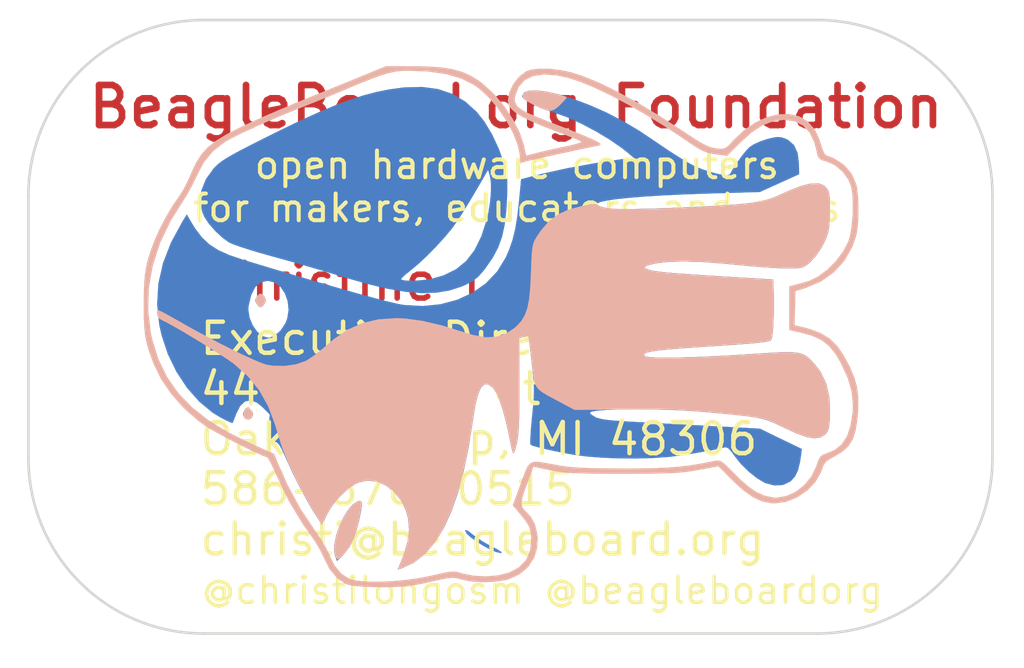
<source format=kicad_pcb>
(kicad_pcb (version 4) (host pcbnew 4.0.6)

  (general
    (links 0)
    (no_connects 0)
    (area 98.463315 86.36 177.800001 124.460001)
    (thickness 1.6)
    (drawings 429)
    (tracks 0)
    (zones 0)
    (modules 1)
    (nets 2)
  )

  (page A4)
  (title_block
    (date 2017-08-14)
  )

  (layers
    (0 Top signal)
    (1 VDD signal hide)
    (2 DigitalGND signal)
    (31 Bottom signal hide)
    (32 B.Adhes user)
    (33 F.Adhes user)
    (34 B.Paste user)
    (35 F.Paste user)
    (36 B.SilkS user hide)
    (37 F.SilkS user)
    (38 B.Mask user hide)
    (39 F.Mask user)
    (40 Dwgs.User user hide)
    (41 Cmts.User user hide)
    (42 Eco1.User user hide)
    (43 Eco2.User user hide)
    (44 Edge.Cuts user)
    (45 Margin user)
    (46 B.CrtYd user)
    (47 F.CrtYd user)
    (48 B.Fab user)
    (49 F.Fab user)
  )

  (setup
    (last_trace_width 0.25)
    (trace_clearance 0)
    (zone_clearance 0.1524)
    (zone_45_only no)
    (trace_min 0.1524)
    (segment_width 0.15)
    (edge_width 0.15)
    (via_size 0.8)
    (via_drill 0.4)
    (via_min_size 0.4)
    (via_min_drill 0.3)
    (uvia_size 0.3)
    (uvia_drill 0.1)
    (uvias_allowed no)
    (uvia_min_size 0.2)
    (uvia_min_drill 0.1)
    (pcb_text_width 0.3)
    (pcb_text_size 1.5 1.5)
    (mod_edge_width 0.15)
    (mod_text_size 1 1)
    (mod_text_width 0.15)
    (pad_size 1.27 1.27)
    (pad_drill 0)
    (pad_to_mask_clearance 0.0254)
    (aux_axis_origin 0 0)
    (visible_elements FFFFFF7F)
    (pcbplotparams
      (layerselection 0x0103c_ffffffff)
      (usegerberextensions false)
      (excludeedgelayer true)
      (linewidth 0.100000)
      (plotframeref false)
      (viasonmask false)
      (mode 1)
      (useauxorigin false)
      (hpglpennumber 1)
      (hpglpenspeed 20)
      (hpglpendiameter 15)
      (hpglpenoverlay 2)
      (psnegative false)
      (psa4output false)
      (plotreference true)
      (plotvalue true)
      (plotinvisibletext false)
      (padsonsilk false)
      (subtractmaskfromsilk false)
      (outputformat 1)
      (mirror false)
      (drillshape 0)
      (scaleselection 1)
      (outputdirectory plots))
  )

  (net 0 "")
  (net 1 GND)

  (net_class Default "This is the default net class."
    (clearance 0)
    (trace_width 0.25)
    (via_dia 0.8)
    (via_drill 0.4)
    (uvia_dia 0.3)
    (uvia_drill 0.1)
  )

  (module boris-board:boris (layer Bottom) (tedit 0) (tstamp 59AF2B43)
    (at 147.95 104.92 270)
    (fp_text reference G*** (at 0 0 270) (layer B.SilkS) hide
      (effects (font (thickness 0.3)) (justify mirror))
    )
    (fp_text value LOGO (at 0.75 0 270) (layer B.SilkS) hide
      (effects (font (thickness 0.3)) (justify mirror))
    )
    (fp_poly (pts (xy -0.493097 20.363911) (xy 0.084009 20.340708) (xy 0.566126 20.290395) (xy 1.007256 20.203909)
      (xy 1.461406 20.072189) (xy 1.982581 19.886171) (xy 2.2352 19.789382) (xy 3.087788 19.369297)
      (xy 3.935004 18.785046) (xy 4.734339 18.072237) (xy 5.443282 17.26648) (xy 5.74334 16.850675)
      (xy 5.914833 16.572548) (xy 6.13485 16.182971) (xy 6.385348 15.717711) (xy 6.648281 15.212537)
      (xy 6.905606 14.703217) (xy 7.139277 14.225518) (xy 7.331251 13.815208) (xy 7.463483 13.508056)
      (xy 7.517928 13.339829) (xy 7.518399 13.332122) (xy 7.606045 13.26012) (xy 7.844455 13.12883)
      (xy 8.196841 12.957156) (xy 8.610599 12.770867) (xy 10.076329 12.060583) (xy 11.371385 11.275618)
      (xy 11.954129 10.857073) (xy 12.377503 10.566484) (xy 12.845525 10.292726) (xy 13.263631 10.090664)
      (xy 13.300298 10.07603) (xy 13.923035 9.757806) (xy 14.40932 9.349845) (xy 14.732316 8.877084)
      (xy 14.810638 8.672574) (xy 14.861627 8.392117) (xy 14.901252 7.95111) (xy 14.926705 7.392022)
      (xy 14.9352 6.789184) (xy 14.928955 6.132362) (xy 14.904992 5.60549) (xy 14.855469 5.135557)
      (xy 14.772544 4.649555) (xy 14.648376 4.074473) (xy 14.639419 4.03544) (xy 14.51903 3.502329)
      (xy 14.442669 3.122051) (xy 14.406724 2.849901) (xy 14.407583 2.641174) (xy 14.441636 2.451167)
      (xy 14.496278 2.263669) (xy 14.607004 1.724684) (xy 14.652224 1.076635) (xy 14.632118 0.402751)
      (xy 14.546863 -0.213742) (xy 14.490481 -0.43957) (xy 14.207565 -1.068474) (xy 13.784287 -1.564348)
      (xy 13.246768 -1.910546) (xy 12.621126 -2.090422) (xy 11.93348 -2.087329) (xy 11.910341 -2.083963)
      (xy 11.342885 -1.944931) (xy 10.915994 -1.708766) (xy 10.719696 -1.524991) (xy 10.524725 -1.32802)
      (xy 10.343024 -1.213724) (xy 10.13127 -1.180835) (xy 9.846139 -1.228085) (xy 9.444308 -1.354208)
      (xy 9.100678 -1.47764) (xy 8.064467 -1.857199) (xy 8.265826 -2.833599) (xy 8.324273 -3.139162)
      (xy 8.370382 -3.44386) (xy 8.405549 -3.776455) (xy 8.431171 -4.16571) (xy 8.448644 -4.64039)
      (xy 8.459363 -5.229256) (xy 8.464726 -5.961072) (xy 8.466128 -6.8646) (xy 8.466106 -6.9596)
      (xy 8.464301 -7.885975) (xy 8.458585 -8.639618) (xy 8.447454 -9.250982) (xy 8.429408 -9.750523)
      (xy 8.402944 -10.168692) (xy 8.366561 -10.535944) (xy 8.318756 -10.882733) (xy 8.258027 -11.239511)
      (xy 8.2539 -11.262113) (xy 8.042771 -12.415026) (xy 8.827196 -13.192513) (xy 9.397978 -13.810473)
      (xy 9.798798 -14.373067) (xy 10.044951 -14.908414) (xy 10.151733 -15.444634) (xy 10.159007 -15.640948)
      (xy 10.066601 -16.284068) (xy 9.812441 -16.911714) (xy 9.427757 -17.479923) (xy 8.94378 -17.94473)
      (xy 8.391742 -18.262172) (xy 8.264599 -18.307758) (xy 7.980182 -18.414985) (xy 7.787198 -18.55103)
      (xy 7.624597 -18.773017) (xy 7.479866 -19.042028) (xy 7.204486 -19.499129) (xy 6.885645 -19.841301)
      (xy 6.489553 -20.085683) (xy 5.982417 -20.249415) (xy 5.330448 -20.349636) (xy 4.826 -20.388114)
      (xy 4.150659 -20.396899) (xy 3.554066 -20.330128) (xy 2.976689 -20.172203) (xy 2.358994 -19.907524)
      (xy 1.748691 -19.581804) (xy 1.200573 -19.215093) (xy 0.778059 -18.792043) (xy 0.455314 -18.273835)
      (xy 0.206508 -17.621654) (xy 0.056966 -17.039755) (xy -0.005701 -16.75671) (xy -1.953759 -16.8148)
      (xy -2.132786 -17.394154) (xy -2.501321 -18.265099) (xy -3.023383 -19.006857) (xy -3.68752 -19.608389)
      (xy -4.482279 -20.058659) (xy -5.1308 -20.283489) (xy -5.563273 -20.358609) (xy -6.123444 -20.400035)
      (xy -6.73864 -20.407857) (xy -7.336188 -20.382166) (xy -7.843414 -20.323052) (xy -8.044632 -20.279868)
      (xy -8.654572 -20.015031) (xy -9.153812 -19.586914) (xy -9.526421 -19.011982) (xy -9.689678 -18.579403)
      (xy -9.82004 -18.449923) (xy -10.106586 -18.329777) (xy -10.247513 -18.291379) (xy -10.658928 -18.154774)
      (xy -11.078785 -17.959045) (xy -11.202429 -17.886678) (xy -11.642029 -17.498763) (xy -11.925045 -17.008906)
      (xy -12.054835 -16.440503) (xy -12.034758 -15.816946) (xy -11.868171 -15.161629) (xy -11.558433 -14.497946)
      (xy -11.108902 -13.849292) (xy -10.53709 -13.251741) (xy -10.268889 -13.004276) (xy -10.122166 -12.828263)
      (xy -10.067239 -12.659359) (xy -10.074429 -12.433217) (xy -10.091254 -12.285223) (xy -10.133588 -12.055533)
      (xy -10.216778 -11.814275) (xy -10.358751 -11.526922) (xy -10.577433 -11.15895) (xy -10.890749 -10.675832)
      (xy -11.052649 -10.433593) (xy -11.92265 -9.095006) (xy -12.682714 -7.833803) (xy -13.325534 -6.663824)
      (xy -13.843807 -5.598906) (xy -14.230228 -4.652889) (xy -14.425195 -4.044105) (xy -14.558422 -3.429122)
      (xy -14.631165 -2.807024) (xy -14.642044 -2.229578) (xy -14.589681 -1.748548) (xy -14.494229 -1.453783)
      (xy -14.189615 -1.048679) (xy -13.759822 -0.711104) (xy -13.271925 -0.483292) (xy -12.831781 -0.406966)
      (xy -12.594947 -0.447452) (xy -12.368869 -0.582501) (xy -12.142803 -0.82908) (xy -11.906007 -1.204157)
      (xy -11.647736 -1.724699) (xy -11.357246 -2.407673) (xy -11.030855 -3.2512) (xy -10.849187 -3.726922)
      (xy -10.687539 -4.133497) (xy -10.561445 -4.433034) (xy -10.486439 -4.587643) (xy -10.478612 -4.598171)
      (xy -10.427554 -4.540005) (xy -10.352425 -4.320873) (xy -10.265245 -3.979779) (xy -10.212507 -3.734571)
      (xy -10.104044 -3.217835) (xy -9.984559 -2.680891) (xy -9.87574 -2.220491) (xy -9.85087 -2.121343)
      (xy -9.679024 -1.448687) (xy -10.249712 -1.323303) (xy -10.984749 -1.08301) (xy -11.755664 -0.693098)
      (xy -12.512815 -0.188276) (xy -13.206559 0.396749) (xy -13.787252 1.027268) (xy -13.974157 1.280635)
      (xy -14.256409 1.747712) (xy -14.46871 2.237457) (xy -14.619105 2.786813) (xy -14.71564 3.432724)
      (xy -14.766359 4.212135) (xy -14.779409 4.9784) (xy -14.780075 5.28814) (xy -14.528801 5.28814)
      (xy -14.479234 4.109458) (xy -14.328541 3.096879) (xy -14.073734 2.238578) (xy -13.711824 1.522725)
      (xy -13.503819 1.232047) (xy -12.98079 0.669222) (xy -12.349214 0.138617) (xy -11.655495 -0.330874)
      (xy -10.946041 -0.710358) (xy -10.267256 -0.970941) (xy -9.804643 -1.071165) (xy -9.265777 -1.138492)
      (xy -9.358421 -1.458246) (xy -9.402639 -1.635205) (xy -9.478128 -1.962586) (xy -9.576958 -2.403706)
      (xy -9.691198 -2.921886) (xy -9.812915 -3.480443) (xy -9.934179 -4.042697) (xy -10.047058 -4.571966)
      (xy -10.143622 -5.03157) (xy -10.215938 -5.384826) (xy -10.256076 -5.595055) (xy -10.2616 -5.635324)
      (xy -10.338189 -5.689164) (xy -10.349277 -5.6896) (xy -10.424301 -5.605572) (xy -10.556568 -5.350571)
      (xy -10.747955 -4.920221) (xy -11.000342 -4.310145) (xy -11.315608 -3.515966) (xy -11.623342 -2.721748)
      (xy -11.89372 -2.038284) (xy -12.118678 -1.527489) (xy -12.314391 -1.168393) (xy -12.497036 -0.940027)
      (xy -12.682788 -0.821422) (xy -12.887824 -0.791606) (xy -13.089927 -0.820541) (xy -13.613017 -1.026372)
      (xy -13.992151 -1.37337) (xy -14.226203 -1.858169) (xy -14.314048 -2.477406) (xy -14.254559 -3.227713)
      (xy -14.112084 -3.876264) (xy -13.884747 -4.563932) (xy -13.544165 -5.380148) (xy -13.105634 -6.296082)
      (xy -12.584448 -7.282904) (xy -11.995903 -8.311784) (xy -11.355293 -9.353892) (xy -10.677914 -10.380399)
      (xy -10.605833 -10.485299) (xy -10.287694 -10.954833) (xy -10.068165 -11.307524) (xy -9.924915 -11.589822)
      (xy -9.835613 -11.848173) (xy -9.777926 -12.129024) (xy -9.760855 -12.242764) (xy -9.665948 -12.912928)
      (xy -10.404322 -13.644664) (xy -10.998543 -14.304388) (xy -11.408907 -14.930555) (xy -11.647031 -15.545106)
      (xy -11.724288 -16.13785) (xy -11.647997 -16.746525) (xy -11.402048 -17.243948) (xy -10.987758 -17.628677)
      (xy -10.406443 -17.899269) (xy -10.028289 -17.996474) (xy -9.707949 -18.067899) (xy -9.528172 -18.151045)
      (xy -9.430051 -18.29639) (xy -9.354681 -18.554411) (xy -9.348477 -18.579023) (xy -9.135251 -19.05607)
      (xy -8.774406 -19.489869) (xy -8.32121 -19.825922) (xy -7.916432 -19.991087) (xy -7.464873 -20.060969)
      (xy -6.892539 -20.086244) (xy -6.266418 -20.070283) (xy -5.653496 -20.016455) (xy -5.120763 -19.92813)
      (xy -4.79516 -19.834057) (xy -4.224479 -19.53757) (xy -3.66591 -19.116038) (xy -3.16581 -18.615523)
      (xy -2.770534 -18.082086) (xy -2.534737 -17.588011) (xy -2.453436 -17.316744) (xy -2.359706 -16.975166)
      (xy -2.337852 -16.891) (xy -2.227368 -16.4592) (xy 0.272464 -16.4592) (xy 0.400168 -17.0434)
      (xy 0.592396 -17.746511) (xy 0.844146 -18.294929) (xy 1.190102 -18.735635) (xy 1.664949 -19.115612)
      (xy 2.135259 -19.3937) (xy 3.000309 -19.793547) (xy 3.80516 -20.023903) (xy 4.586693 -20.093789)
      (xy 4.927162 -20.076531) (xy 5.711458 -19.958105) (xy 6.324814 -19.754649) (xy 6.785746 -19.454593)
      (xy 7.112774 -19.046364) (xy 7.303616 -18.591397) (xy 7.388262 -18.362394) (xy 7.508705 -18.216979)
      (xy 7.722292 -18.107786) (xy 8.003786 -18.013112) (xy 8.583253 -17.744299) (xy 9.083657 -17.344641)
      (xy 9.477237 -16.851969) (xy 9.736232 -16.304117) (xy 9.832881 -15.738918) (xy 9.822177 -15.53499)
      (xy 9.722192 -15.059387) (xy 9.525494 -14.606578) (xy 9.20958 -14.139801) (xy 8.751947 -13.622294)
      (xy 8.491047 -13.3604) (xy 8.133257 -13.00758) (xy 7.899383 -12.760458) (xy 7.766779 -12.583985)
      (xy 7.712799 -12.443113) (xy 7.714795 -12.302793) (xy 7.736094 -12.192) (xy 7.875629 -11.504907)
      (xy 7.983639 -10.856937) (xy 8.063506 -10.206883) (xy 8.118612 -9.513539) (xy 8.152339 -8.735698)
      (xy 8.16807 -7.832155) (xy 8.169738 -6.9088) (xy 8.163991 -6.005773) (xy 8.151892 -5.272823)
      (xy 8.13169 -4.676879) (xy 8.101634 -4.18487) (xy 8.059972 -3.763724) (xy 8.004953 -3.380371)
      (xy 7.973346 -3.2004) (xy 7.862522 -2.612389) (xy 7.795205 -2.18883) (xy 7.79039 -1.892458)
      (xy 7.867075 -1.686008) (xy 8.044257 -1.532216) (xy 8.340932 -1.393817) (xy 8.776097 -1.233547)
      (xy 9.021319 -1.144671) (xy 10.270238 -0.686675) (xy 10.748519 -1.088941) (xy 11.135614 -1.398786)
      (xy 11.440585 -1.591943) (xy 11.724695 -1.695705) (xy 12.04921 -1.737362) (xy 12.216758 -1.742983)
      (xy 12.863573 -1.673534) (xy 13.392448 -1.438811) (xy 13.807121 -1.036268) (xy 14.111329 -0.463361)
      (xy 14.116677 -0.449172) (xy 14.265852 0.146697) (xy 14.324188 0.839567) (xy 14.290323 1.544001)
      (xy 14.162896 2.174562) (xy 14.158684 2.188058) (xy 14.090428 2.418496) (xy 14.054172 2.613847)
      (xy 14.053148 2.821769) (xy 14.09059 3.089921) (xy 14.169733 3.465961) (xy 14.276494 3.924188)
      (xy 14.418957 4.63867) (xy 14.526835 5.405571) (xy 14.598346 6.183568) (xy 14.631709 6.931341)
      (xy 14.625145 7.60757) (xy 14.576874 8.170932) (xy 14.485113 8.580108) (xy 14.477957 8.599453)
      (xy 14.190065 9.072373) (xy 13.720271 9.473536) (xy 13.080158 9.793272) (xy 13.022493 9.814841)
      (xy 12.711583 9.960232) (xy 12.317272 10.188287) (xy 11.914868 10.454773) (xy 11.8364 10.511467)
      (xy 10.475262 11.42218) (xy 9.045178 12.195266) (xy 7.909235 12.698489) (xy 7.33487 12.932439)
      (xy 6.762462 14.219057) (xy 6.110989 15.54273) (xy 5.414102 16.676734) (xy 4.660075 17.631788)
      (xy 3.837181 18.418613) (xy 2.933694 19.047927) (xy 1.937887 19.53045) (xy 0.838035 19.876902)
      (xy 0.486883 19.955732) (xy -0.801268 20.118181) (xy -2.105913 20.083558) (xy -3.411576 19.855457)
      (xy -4.702782 19.437474) (xy -5.964052 18.833206) (xy -6.915824 18.235766) (xy -7.386562 17.935749)
      (xy -7.924206 17.635377) (xy -8.423451 17.392925) (xy -8.490624 17.364278) (xy -9.290911 16.945947)
      (xy -9.937859 16.411615) (xy -10.460175 15.735555) (xy -10.622648 15.453607) (xy -10.928371 14.849577)
      (xy -11.279828 14.100779) (xy -11.656113 13.254407) (xy -12.03632 12.357656) (xy -12.399544 11.457718)
      (xy -12.450723 11.326777) (xy -12.685527 10.733596) (xy -12.96476 10.043877) (xy -13.251778 9.347406)
      (xy -13.486726 8.7884) (xy -13.820694 7.991813) (xy -14.07711 7.346879) (xy -14.265484 6.821651)
      (xy -14.395328 6.384181) (xy -14.476153 6.002519) (xy -14.517472 5.644718) (xy -14.528801 5.28814)
      (xy -14.780075 5.28814) (xy -14.7828 6.5532) (xy -14.363228 7.5692) (xy -14.205114 7.954523)
      (xy -13.98776 8.487724) (xy -13.72767 9.128127) (xy -13.441349 9.835056) (xy -13.145302 10.567835)
      (xy -12.961569 11.0236) (xy -12.649131 11.786549) (xy -12.315192 12.579823) (xy -11.980938 13.354614)
      (xy -11.667558 14.062116) (xy -11.396238 14.65352) (xy -11.282968 14.890442) (xy -10.892144 15.648681)
      (xy -10.528774 16.243979) (xy -10.162625 16.708234) (xy -9.76346 17.073344) (xy -9.301045 17.371205)
      (xy -8.745145 17.633716) (xy -8.642974 17.675589) (xy -8.199969 17.872702) (xy -7.771719 18.094403)
      (xy -7.438565 18.298496) (xy -7.390667 18.333299) (xy -6.825075 18.721007) (xy -6.151937 19.119888)
      (xy -5.457954 19.481462) (xy -4.8768 19.739013) (xy -4.268153 19.968004) (xy -3.744124 20.13468)
      (xy -3.249454 20.24856) (xy -2.728881 20.319163) (xy -2.127145 20.356009) (xy -1.388985 20.368616)
      (xy -1.2192 20.369067) (xy -0.493097 20.363911)) (layer B.SilkS) (width 0.01))
    (fp_poly (pts (xy 5.225039 14.669966) (xy 5.360913 14.531755) (xy 5.366296 14.338685) (xy 5.241385 14.191498)
      (xy 5.22409 14.184071) (xy 5.087321 14.135004) (xy 4.995075 14.150233) (xy 4.8514 14.232139)
      (xy 4.704942 14.357863) (xy 4.6736 14.428674) (xy 4.759553 14.558054) (xy 4.955315 14.656589)
      (xy 5.167734 14.683519) (xy 5.225039 14.669966)) (layer B.SilkS) (width 0.01))
    (fp_poly (pts (xy -1.300114 13.967272) (xy -1.166254 13.879395) (xy -1.036739 13.748891) (xy -1.074028 13.618587)
      (xy -1.108476 13.574595) (xy -1.301432 13.438474) (xy -1.4224 13.4112) (xy -1.631781 13.484492)
      (xy -1.736325 13.574595) (xy -1.813741 13.71893) (xy -1.728602 13.841051) (xy -1.678547 13.879395)
      (xy -1.503558 13.989977) (xy -1.4224 14.0208) (xy -1.300114 13.967272)) (layer B.SilkS) (width 0.01))
    (fp_poly (pts (xy 12.985863 9.485867) (xy 13.258828 9.40514) (xy 13.345814 9.310181) (xy 13.26172 9.156159)
      (xy 13.14013 9.021782) (xy 12.667828 8.640839) (xy 12.042595 8.338329) (xy 11.25021 8.10869)
      (xy 10.44616 7.968194) (xy 10.161169 7.936242) (xy 10.030668 7.953656) (xy 10.008617 8.036946)
      (xy 10.026524 8.118683) (xy 10.189386 8.39656) (xy 10.508363 8.68252) (xy 10.938435 8.955763)
      (xy 11.43458 9.19549) (xy 11.951777 9.380901) (xy 12.445005 9.491197) (xy 12.869242 9.505579)
      (xy 12.985863 9.485867)) (layer B.SilkS) (width 0.01))
    (fp_poly (pts (xy -12.991959 -1.264693) (xy -12.799942 -1.475878) (xy -12.614487 -1.8034) (xy -12.391371 -2.270585)
      (xy -12.267913 -2.606781) (xy -12.242611 -2.857228) (xy -12.313959 -3.067163) (xy -12.480454 -3.281826)
      (xy -12.562464 -3.368021) (xy -12.785969 -3.585996) (xy -12.952029 -3.728005) (xy -13.006843 -3.7592)
      (xy -13.058154 -3.668009) (xy -13.136629 -3.426995) (xy -13.22671 -3.084989) (xy -13.241526 -3.0226)
      (xy -13.368413 -2.374811) (xy -13.405926 -1.885758) (xy -13.354999 -1.532149) (xy -13.306026 -1.41572)
      (xy -13.158348 -1.245933) (xy -12.991959 -1.264693)) (layer B.SilkS) (width 0.01))
    (fp_poly (pts (xy -0.665339 19.608801) (xy -0.453443 19.55138) (xy -0.30152 19.347974) (xy -0.270431 19.278601)
      (xy -0.145093 19.024311) (xy 0.06886 18.636322) (xy 0.349163 18.151214) (xy 0.673553 17.605571)
      (xy 1.019764 17.035974) (xy 1.365533 16.479007) (xy 1.688595 15.97125) (xy 1.966686 15.549286)
      (xy 2.177542 15.249698) (xy 2.197958 15.222812) (xy 2.912943 14.421734) (xy 3.71843 13.772518)
      (xy 4.641556 13.257833) (xy 5.709458 12.86035) (xy 6.0452 12.765822) (xy 6.883784 12.500925)
      (xy 7.824813 12.128513) (xy 8.815447 11.672135) (xy 9.802848 11.155343) (xy 10.297033 10.870818)
      (xy 11.39077 10.219295) (xy 10.736487 9.889447) (xy 10.225852 9.569037) (xy 9.731851 9.148745)
      (xy 9.309411 8.682805) (xy 9.01346 8.225447) (xy 8.981504 8.156664) (xy 8.853705 7.627448)
      (xy 8.907455 7.090732) (xy 9.12404 6.573446) (xy 9.484746 6.102516) (xy 9.970859 5.70487)
      (xy 10.563665 5.407436) (xy 10.97719 5.285027) (xy 11.632847 5.222724) (xy 12.360944 5.317748)
      (xy 13.183464 5.5733) (xy 13.315842 5.625473) (xy 13.926307 5.872051) (xy 13.858917 5.653826)
      (xy 13.547994 4.963384) (xy 13.058461 4.331815) (xy 12.387894 3.75797) (xy 11.533871 3.240697)
      (xy 10.493971 2.778846) (xy 9.265771 2.371267) (xy 7.846849 2.016808) (xy 6.234782 1.714319)
      (xy 5.2595 1.56894) (xy 4.493826 1.442204) (xy 3.92611 1.29713) (xy 3.55168 1.130548)
      (xy 3.36586 0.939291) (xy 3.363976 0.720188) (xy 3.541355 0.470073) (xy 3.5814 0.431304)
      (xy 3.848023 0.25905) (xy 4.278356 0.07257) (xy 4.834669 -0.115664) (xy 5.479231 -0.293179)
      (xy 6.174315 -0.447504) (xy 6.328129 -0.476711) (xy 6.745285 -0.55942) (xy 7.075201 -0.636202)
      (xy 7.275156 -0.696454) (xy 7.3152 -0.721657) (xy 7.224373 -0.77437) (xy 6.987116 -0.849876)
      (xy 6.6802 -0.925917) (xy 6.383338 -0.975016) (xy 5.979551 -1.011729) (xy 5.447631 -1.036881)
      (xy 4.766367 -1.0513) (xy 3.914553 -1.055814) (xy 3.385933 -1.054471) (xy 0.726667 -1.042142)
      (xy 0.663188 -1.295059) (xy 0.62591 -1.493938) (xy 0.630055 -1.575058) (xy 0.736389 -1.595602)
      (xy 1.007612 -1.63346) (xy 1.406621 -1.683828) (xy 1.896313 -1.741898) (xy 2.079801 -1.762874)
      (xy 2.655595 -1.827139) (xy 3.073233 -1.887311) (xy 3.374136 -1.971617) (xy 3.599724 -2.108285)
      (xy 3.791417 -2.325543) (xy 3.990636 -2.651619) (xy 4.238801 -3.11474) (xy 4.338253 -3.302)
      (xy 4.826 -4.2164) (xy 4.790742 -6.86239) (xy 4.782727 -7.938496) (xy 4.791163 -8.904828)
      (xy 4.818839 -9.815266) (xy 4.868547 -10.723691) (xy 4.943077 -11.68398) (xy 5.045221 -12.750014)
      (xy 5.143054 -13.664249) (xy 5.208691 -14.236078) (xy 5.269721 -14.663145) (xy 5.34229 -15.002826)
      (xy 5.442547 -15.312495) (xy 5.586637 -15.649529) (xy 5.790709 -16.071302) (xy 5.859364 -16.209518)
      (xy 6.177346 -16.900357) (xy 6.370718 -17.453927) (xy 6.442635 -17.890968) (xy 6.396249 -18.23222)
      (xy 6.234713 -18.498423) (xy 6.211076 -18.522989) (xy 6.071675 -18.633795) (xy 5.888652 -18.705368)
      (xy 5.612435 -18.748982) (xy 5.193451 -18.775909) (xy 5.077912 -18.780685) (xy 4.142277 -18.748489)
      (xy 3.3399 -18.571081) (xy 2.658284 -18.244831) (xy 2.299116 -17.973519) (xy 2.05199 -17.753082)
      (xy 1.859573 -17.559513) (xy 1.716836 -17.365177) (xy 1.618751 -17.14244) (xy 1.560288 -16.863667)
      (xy 1.53642 -16.501223) (xy 1.542116 -16.027473) (xy 1.572349 -15.414784) (xy 1.62209 -14.63552)
      (xy 1.640714 -14.35537) (xy 1.712116 -13.20802) (xy 1.769061 -12.138533) (xy 1.811221 -11.163434)
      (xy 1.838269 -10.299254) (xy 1.849878 -9.562517) (xy 1.845721 -8.969753) (xy 1.825472 -8.537489)
      (xy 1.788803 -8.282251) (xy 1.762012 -8.223802) (xy 1.682557 -8.175394) (xy 1.612437 -8.210111)
      (xy 1.549342 -8.343125) (xy 1.490965 -8.589609) (xy 1.434999 -8.964737) (xy 1.379135 -9.48368)
      (xy 1.321067 -10.161611) (xy 1.258487 -11.013704) (xy 1.196326 -11.943153) (xy 1.133559 -12.890507)
      (xy 1.079489 -13.65395) (xy 1.03206 -14.252486) (xy 0.989214 -14.705119) (xy 0.948891 -15.030853)
      (xy 0.909035 -15.248693) (xy 0.867588 -15.377641) (xy 0.822491 -15.436703) (xy 0.8177 -15.439498)
      (xy 0.624525 -15.487503) (xy 0.266684 -15.526683) (xy -0.21741 -15.555174) (xy -0.789341 -15.571109)
      (xy -1.410694 -15.572624) (xy -1.786732 -15.565952) (xy -2.608263 -15.5448) (xy -2.734829 -13.4366)
      (xy -2.804545 -12.296309) (xy -2.865918 -11.34168) (xy -2.920416 -10.555411) (xy -2.969506 -9.9202)
      (xy -3.014655 -9.418747) (xy -3.057333 -9.033749) (xy -3.099006 -8.747906) (xy -3.141142 -8.543915)
      (xy -3.153883 -8.496818) (xy -3.24272 -8.259065) (xy -3.32503 -8.202125) (xy -3.407125 -8.33226)
      (xy -3.49532 -8.655737) (xy -3.54168 -8.881544) (xy -3.624613 -9.553606) (xy -3.649882 -10.41228)
      (xy -3.61744 -11.459874) (xy -3.527245 -12.698693) (xy -3.4531 -13.461458) (xy -3.387015 -14.144167)
      (xy -3.330003 -14.830556) (xy -3.28589 -15.4666) (xy -3.258501 -15.998273) (xy -3.2512 -16.31337)
      (xy -3.25434 -16.753269) (xy -3.27399 -17.047221) (xy -3.325497 -17.252478) (xy -3.424208 -17.426289)
      (xy -3.585469 -17.625905) (xy -3.611065 -17.655845) (xy -3.954462 -17.973835) (xy -4.410353 -18.28165)
      (xy -4.648544 -18.409854) (xy -4.979502 -18.564007) (xy -5.261389 -18.664186) (xy -5.55896 -18.723877)
      (xy -5.936972 -18.756569) (xy -6.39688 -18.773978) (xy -7.007661 -18.777729) (xy -7.435104 -18.747702)
      (xy -7.696464 -18.682566) (xy -7.718168 -18.671967) (xy -7.970423 -18.456258) (xy -8.093573 -18.136614)
      (xy -8.086708 -17.701982) (xy -7.948914 -17.141308) (xy -7.679281 -16.443542) (xy -7.502366 -16.055843)
      (xy -7.354235 -15.720843) (xy -7.228595 -15.37692) (xy -7.122559 -15.002026) (xy -7.033238 -14.574114)
      (xy -6.957742 -14.071139) (xy -6.893185 -13.471052) (xy -6.836676 -12.751808) (xy -6.785328 -11.891359)
      (xy -6.736251 -10.86766) (xy -6.696129 -9.902338) (xy -6.657016 -8.811523) (xy -6.634353 -7.907747)
      (xy -6.628695 -7.175471) (xy -6.640595 -6.599155) (xy -6.670606 -6.163262) (xy -6.719282 -5.852253)
      (xy -6.787175 -5.650589) (xy -6.850691 -5.562076) (xy -6.907827 -5.463409) (xy -6.917687 -5.28945)
      (xy -6.877866 -4.999149) (xy -6.793498 -4.585847) (xy -6.585934 -3.835961) (xy -6.308832 -3.236974)
      (xy -5.928779 -2.739819) (xy -5.412364 -2.295433) (xy -5.08 -2.069655) (xy -4.902635 -1.961417)
      (xy -4.737472 -1.882532) (xy -4.547347 -1.826926) (xy -4.295098 -1.788528) (xy -3.943561 -1.761265)
      (xy -3.455571 -1.739064) (xy -2.9464 -1.721018) (xy -2.132632 -1.681038) (xy -1.488981 -1.616426)
      (xy -0.982911 -1.517413) (xy -0.581884 -1.374229) (xy -0.253362 -1.177104) (xy 0.035192 -0.916269)
      (xy 0.146255 -0.792441) (xy 0.478229 -0.299848) (xy 0.656508 0.238471) (xy 0.68343 0.848904)
      (xy 0.561331 1.557839) (xy 0.401398 2.089142) (xy 0.009134 3.355468) (xy -0.252998 4.47567)
      (xy -0.386767 5.458197) (xy -0.406269 5.947654) (xy -0.339237 6.975818) (xy -0.127328 7.888041)
      (xy 0.245201 8.725276) (xy 0.794097 9.528475) (xy 1.114109 9.902157) (xy 1.443664 10.287824)
      (xy 1.745037 10.680846) (xy 1.972781 11.02024) (xy 2.0453 11.151716) (xy 2.231518 11.706955)
      (xy 2.32079 12.357057) (xy 2.305471 13.014362) (xy 2.24023 13.386515) (xy 2.140958 13.677414)
      (xy 1.956608 14.115165) (xy 1.701983 14.669662) (xy 1.391885 15.3108) (xy 1.041116 16.008471)
      (xy 0.664477 16.73257) (xy 0.276772 17.452991) (xy -0.029901 18.003777) (xy -0.354085 18.575361)
      (xy -0.589362 18.993086) (xy -0.745209 19.280887) (xy -0.831104 19.462701) (xy -0.856521 19.562463)
      (xy -0.830939 19.60411) (xy -0.763832 19.611577) (xy -0.665339 19.608801)) (layer B.SilkS) (width 0.01))
    (fp_poly (pts (xy 0.175141 19.464399) (xy 0.624643 19.347716) (xy 1.152717 19.174737) (xy 1.707923 18.963046)
      (xy 2.23882 18.730226) (xy 2.484654 18.608494) (xy 3.247129 18.139391) (xy 3.970689 17.558321)
      (xy 4.608275 16.909885) (xy 5.11283 16.238683) (xy 5.269172 15.969441) (xy 5.430085 15.652194)
      (xy 5.538729 15.414731) (xy 5.573787 15.304001) (xy 5.572373 15.301668) (xy 5.464942 15.254664)
      (xy 5.229082 15.162711) (xy 5.054429 15.097159) (xy 4.599205 14.866324) (xy 4.340085 14.587151)
      (xy 4.278437 14.265085) (xy 4.415629 13.905569) (xy 4.675489 13.588605) (xy 5.083779 13.180315)
      (xy 5.843889 13.249195) (xy 6.604 13.318074) (xy 6.604 13.009037) (xy 6.594013 12.834546)
      (xy 6.537947 12.741904) (xy 6.396638 12.723913) (xy 6.130924 12.773372) (xy 5.7912 12.859613)
      (xy 5.431815 12.975858) (xy 4.977694 13.153585) (xy 4.513614 13.359061) (xy 4.406256 13.410674)
      (xy 3.858235 13.720022) (xy 3.342021 14.103263) (xy 2.838783 14.581404) (xy 2.329692 15.175455)
      (xy 1.795917 15.906425) (xy 1.218627 16.795323) (xy 0.892666 17.330822) (xy 0.492564 18.00147)
      (xy 0.187815 18.518133) (xy -0.031127 18.900851) (xy -0.173814 19.169664) (xy -0.249794 19.344615)
      (xy -0.268616 19.445743) (xy -0.23983 19.493091) (xy -0.172984 19.506698) (xy -0.144351 19.5072)
      (xy 0.175141 19.464399)) (layer B.Mask) (width 0.01))
    (fp_poly (pts (xy -6.714445 17.099438) (xy -6.136667 16.868528) (xy -5.548026 16.446567) (xy -5.416804 16.329427)
      (xy -5.167017 16.083004) (xy -4.956748 15.829194) (xy -4.772931 15.538773) (xy -4.602505 15.182516)
      (xy -4.432407 14.731199) (xy -4.249573 14.155598) (xy -4.040941 13.426488) (xy -3.917342 12.974852)
      (xy -3.696419 12.175298) (xy -3.441915 11.279626) (xy -3.176148 10.364818) (xy -2.921434 9.507852)
      (xy -2.740037 8.913788) (xy -2.347699 7.548996) (xy -2.067967 6.335791) (xy -1.899982 5.257191)
      (xy -1.842886 4.296212) (xy -1.895821 3.43587) (xy -2.05793 2.659182) (xy -2.328353 1.949164)
      (xy -2.382591 1.838687) (xy -2.631076 1.480239) (xy -3.013582 1.08398) (xy -3.478796 0.695422)
      (xy -3.975407 0.360075) (xy -4.17438 0.24946) (xy -4.735021 0.0266) (xy -5.455925 -0.153487)
      (xy -6.297163 -0.282853) (xy -7.20041 -0.352788) (xy -7.76171 -0.372331) (xy -8.179139 -0.37223)
      (xy -8.511526 -0.347067) (xy -8.817702 -0.291424) (xy -9.156497 -0.199883) (xy -9.286004 -0.160714)
      (xy -10.437833 0.267134) (xy -11.410057 0.789219) (xy -12.203741 1.406781) (xy -12.819949 2.121058)
      (xy -13.259746 2.933291) (xy -13.524198 3.844719) (xy -13.614367 4.856581) (xy -13.6144 4.877359)
      (xy -13.577828 5.626592) (xy -13.464387 6.423725) (xy -13.268489 7.285227) (xy -12.984547 8.227568)
      (xy -12.606973 9.26722) (xy -12.13018 10.420651) (xy -11.54858 11.704333) (xy -10.856585 13.134735)
      (xy -10.720257 13.40829) (xy -10.267379 14.29814) (xy -9.879056 15.02122) (xy -9.539831 15.597545)
      (xy -9.234245 16.04713) (xy -8.946841 16.389987) (xy -8.66216 16.646133) (xy -8.364745 16.83558)
      (xy -8.039138 16.978344) (xy -7.934918 17.01464) (xy -7.305736 17.145931) (xy -6.714445 17.099438)) (layer B.Mask) (width 0.01))
    (fp_poly (pts (xy 13.092878 2.593371) (xy 13.276988 2.370416) (xy 13.381039 2.222236) (xy 13.593412 1.759839)
      (xy 13.668971 1.258646) (xy 13.623665 0.750684) (xy 13.47344 0.267984) (xy 13.234247 -0.157426)
      (xy 12.922033 -0.493516) (xy 12.552748 -0.708256) (xy 12.142338 -0.769619) (xy 11.91179 -0.728466)
      (xy 11.650272 -0.593375) (xy 11.326897 -0.343875) (xy 10.97818 -0.019207) (xy 10.640632 0.34139)
      (xy 10.350767 0.698672) (xy 10.145099 1.013401) (xy 10.060142 1.246333) (xy 10.059665 1.262019)
      (xy 10.148578 1.346549) (xy 10.383966 1.475055) (xy 10.720693 1.623867) (xy 10.837988 1.670187)
      (xy 11.615045 1.968774) (xy 11.908919 1.619387) (xy 12.099638 1.353828) (xy 12.328233 0.979773)
      (xy 12.548304 0.573626) (xy 12.568446 0.5334) (xy 12.771411 0.149408) (xy 12.928144 -0.099074)
      (xy 13.027391 -0.200415) (xy 13.057896 -0.142984) (xy 13.010933 0.0762) (xy 12.762031 0.735116)
      (xy 12.398377 1.343148) (xy 12.209612 1.593359) (xy 11.79169 2.119918) (xy 12.308465 2.437894)
      (xy 12.606759 2.600154) (xy 12.849505 2.694378) (xy 12.961059 2.70375) (xy 13.092878 2.593371)) (layer B.Mask) (width 0.01))
    (fp_poly (pts (xy 0.082969 17.7546) (xy 0.442987 17.0965) (xy 0.814281 16.402554) (xy 1.168382 15.727023)
      (xy 1.476825 15.124167) (xy 1.695397 14.6812) (xy 1.931967 14.18327) (xy 2.094137 13.817033)
      (xy 2.195936 13.531234) (xy 2.251394 13.274618) (xy 2.27454 12.995929) (xy 2.279406 12.643911)
      (xy 2.279414 12.5476) (xy 2.253698 11.982444) (xy 2.162744 11.503286) (xy 1.984967 11.06216)
      (xy 1.698781 10.611101) (xy 1.2826 10.102142) (xy 1.07538 9.872133) (xy 0.435618 9.073844)
      (xy -0.017541 8.26205) (xy -0.299181 7.398507) (xy -0.424388 6.444969) (xy -0.434082 6.0452)
      (xy -0.422162 5.524941) (xy -0.381907 5.042588) (xy -0.304458 4.553814) (xy -0.180957 4.014292)
      (xy -0.002545 3.379698) (xy 0.239636 2.605703) (xy 0.275329 2.495417) (xy 0.490072 1.795542)
      (xy 0.625096 1.240321) (xy 0.681962 0.788172) (xy 0.66223 0.397513) (xy 0.567459 0.026762)
      (xy 0.399211 -0.365665) (xy 0.383834 -0.396808) (xy 0.095992 -0.826656) (xy -0.303707 -1.165332)
      (xy -0.831643 -1.418693) (xy -1.504197 -1.592595) (xy -2.337752 -1.692896) (xy -3.332281 -1.725435)
      (xy -3.85642 -1.727834) (xy -4.225113 -1.739415) (xy -4.486111 -1.769371) (xy -4.687169 -1.826898)
      (xy -4.87604 -1.921189) (xy -5.100475 -2.061437) (xy -5.110281 -2.067755) (xy -5.604268 -2.41753)
      (xy -5.992011 -2.7773) (xy -6.294971 -3.184159) (xy -6.534606 -3.6752) (xy -6.732376 -4.287516)
      (xy -6.90974 -5.058202) (xy -6.945806 -5.240555) (xy -7.066628 -5.891443) (xy -7.166922 -6.502432)
      (xy -7.249587 -7.106237) (xy -7.317523 -7.735574) (xy -7.37363 -8.423158) (xy -7.420806 -9.201706)
      (xy -7.461953 -10.103933) (xy -7.49997 -11.162555) (xy -7.516098 -11.674709) (xy -7.61091 -14.7828)
      (xy -8.613478 -17.018) (xy -9.056539 -17.041325) (xy -9.441924 -17.022341) (xy -9.822273 -16.945595)
      (xy -9.881563 -16.925967) (xy -10.255974 -16.761705) (xy -10.487559 -16.56911) (xy -10.634725 -16.291648)
      (xy -10.680543 -16.1526) (xy -10.733577 -15.909685) (xy -10.729752 -15.663797) (xy -10.66265 -15.344946)
      (xy -10.580329 -15.059705) (xy -10.380939 -14.549949) (xy -10.104082 -14.133967) (xy -9.711441 -13.768759)
      (xy -9.164699 -13.411322) (xy -9.056962 -13.350077) (xy -8.530731 -13.0556) (xy -8.596072 -12.5984)
      (xy -8.677819 -12.14418) (xy -8.797236 -11.712976) (xy -8.969714 -11.273673) (xy -9.210644 -10.79516)
      (xy -9.53542 -10.246321) (xy -9.959432 -9.596044) (xy -10.396742 -8.958439) (xy -11.215368 -7.712025)
      (xy -11.890237 -6.524455) (xy -12.448966 -5.345389) (xy -12.655832 -4.840122) (xy -13.048025 -3.838244)
      (xy -12.672305 -3.493922) (xy -12.439076 -3.295276) (xy -12.261329 -3.170871) (xy -12.207296 -3.1496)
      (xy -12.123811 -3.236351) (xy -12.008211 -3.458176) (xy -11.936847 -3.6322) (xy -11.609108 -4.397609)
      (xy -11.18873 -5.218469) (xy -10.714434 -6.027649) (xy -10.224941 -6.758015) (xy -9.87121 -7.2136)
      (xy -9.571298 -7.5692) (xy -9.502087 -7.0612) (xy -9.251645 -5.385947) (xy -8.975478 -3.86218)
      (xy -8.663697 -2.438803) (xy -8.425338 -1.4986) (xy -8.351803 -1.267688) (xy -8.250407 -1.155833)
      (xy -8.055118 -1.119494) (xy -7.844684 -1.115738) (xy -7.349147 -1.089065) (xy -6.729984 -1.0198)
      (xy -6.059478 -0.9193) (xy -5.409914 -0.798919) (xy -4.853573 -0.670013) (xy -4.666272 -0.616426)
      (xy -3.806652 -0.25774) (xy -3.028351 0.24802) (xy -2.367288 0.871656) (xy -1.859383 1.583972)
      (xy -1.783022 1.7272) (xy -1.35634 2.789145) (xy -1.129322 3.887639) (xy -1.1028 5.017322)
      (xy -1.173774 5.648727) (xy -1.237999 5.965226) (xy -1.353013 6.44179) (xy -1.511633 7.053889)
      (xy -1.706676 7.776992) (xy -1.930959 8.58657) (xy -2.177301 9.458091) (xy -2.438517 10.367026)
      (xy -2.707425 11.288844) (xy -2.976843 12.199014) (xy -3.239586 13.073008) (xy -3.319732 13.3349)
      (xy -2.52416 13.3349) (xy -2.446899 12.951617) (xy -2.226739 12.616898) (xy -1.893685 12.349578)
      (xy -1.477743 12.168492) (xy -1.008916 12.092473) (xy -0.51721 12.140356) (xy -0.107157 12.290766)
      (xy 0.283946 12.552515) (xy 0.567499 12.866133) (xy 0.704431 13.185125) (xy 0.7112 13.264707)
      (xy 0.621238 13.561813) (xy 0.381577 13.868198) (xy 0.037553 14.136121) (xy -0.252627 14.279676)
      (xy -0.705423 14.380899) (xy -1.196817 14.375947) (xy -1.672949 14.277983) (xy -2.07996 14.10017)
      (xy -2.363992 13.855668) (xy -2.428519 13.747914) (xy -2.52416 13.3349) (xy -3.319732 13.3349)
      (xy -3.488474 13.886293) (xy -3.716322 14.61434) (xy -3.915948 15.232619) (xy -4.080169 15.716599)
      (xy -4.201803 16.041749) (xy -4.245606 16.139462) (xy -4.457064 16.445049) (xy -4.788037 16.805226)
      (xy -5.184078 17.169568) (xy -5.590743 17.487649) (xy -5.924861 17.694757) (xy -6.336485 17.904751)
      (xy -5.936843 18.151521) (xy -4.97942 18.680021) (xy -4.002396 19.102884) (xy -3.046739 19.406266)
      (xy -2.153417 19.57632) (xy -1.624655 19.6088) (xy -0.945013 19.6088) (xy 0.082969 17.7546)) (layer B.Mask) (width 0.01))
    (fp_poly (pts (xy 6.800643 -1.699709) (xy 6.818774 -1.706035) (xy 6.87926 -1.850509) (xy 6.966797 -2.162118)
      (xy 7.073716 -2.607783) (xy 7.192347 -3.154427) (xy 7.315022 -3.768972) (xy 7.389025 -4.1656)
      (xy 7.499433 -4.993553) (xy 7.564093 -5.970149) (xy 7.584693 -7.046448) (xy 7.562923 -8.173506)
      (xy 7.500473 -9.302384) (xy 7.39903 -10.384138) (xy 7.260284 -11.369827) (xy 7.115518 -12.0904)
      (xy 7.016162 -12.508064) (xy 6.9703 -12.778916) (xy 6.99262 -12.9556) (xy 7.097811 -13.090764)
      (xy 7.300561 -13.237055) (xy 7.465789 -13.345851) (xy 7.909952 -13.698461) (xy 8.348335 -14.145022)
      (xy 8.726007 -14.622627) (xy 8.988034 -15.068374) (xy 9.006167 -15.109736) (xy 9.138005 -15.622404)
      (xy 9.105612 -16.106551) (xy 8.913038 -16.513486) (xy 8.886675 -16.546222) (xy 8.625016 -16.784211)
      (xy 8.278667 -16.952367) (xy 7.800082 -17.070393) (xy 7.516365 -17.114096) (xy 7.057131 -17.175842)
      (xy 5.895599 -14.7828) (xy 5.741844 -11.8872) (xy 5.696554 -11.033225) (xy 5.649764 -10.149099)
      (xy 5.604033 -9.283305) (xy 5.561919 -8.484326) (xy 5.525982 -7.800644) (xy 5.503227 -7.366)
      (xy 5.46808 -6.741032) (xy 5.433372 -6.279305) (xy 5.392458 -5.940985) (xy 5.338698 -5.686235)
      (xy 5.265448 -5.475221) (xy 5.166065 -5.268107) (xy 5.147582 -5.233208) (xy 4.996298 -4.915204)
      (xy 4.89757 -4.641281) (xy 4.875807 -4.522008) (xy 4.822799 -4.279523) (xy 4.678067 -3.908021)
      (xy 4.460654 -3.448842) (xy 4.189603 -2.943323) (xy 3.998278 -2.617037) (xy 3.823223 -2.314372)
      (xy 3.707727 -2.086173) (xy 3.675833 -1.980123) (xy 3.676636 -1.979096) (xy 3.796172 -1.947143)
      (xy 4.07315 -1.906679) (xy 4.464479 -1.861449) (xy 4.927066 -1.815199) (xy 5.417819 -1.771674)
      (xy 5.893646 -1.734617) (xy 6.311453 -1.707774) (xy 6.62815 -1.69489) (xy 6.800643 -1.699709)) (layer B.Mask) (width 0.01))
    (fp_poly (pts (xy -1.300114 13.967272) (xy -1.166254 13.879395) (xy -1.036739 13.748891) (xy -1.074028 13.618587)
      (xy -1.108476 13.574595) (xy -1.301432 13.438474) (xy -1.4224 13.4112) (xy -1.631781 13.484492)
      (xy -1.736325 13.574595) (xy -1.813741 13.71893) (xy -1.728602 13.841051) (xy -1.678547 13.879395)
      (xy -1.503558 13.989977) (xy -1.4224 14.0208) (xy -1.300114 13.967272)) (layer Bottom) (width 0.01))
    (fp_poly (pts (xy 5.17027 14.684796) (xy 5.338686 14.55503) (xy 5.376973 14.368662) (xy 5.275997 14.210676)
      (xy 5.22409 14.184071) (xy 5.080296 14.133518) (xy 4.983808 14.15209) (xy 4.829082 14.261865)
      (xy 4.820018 14.268591) (xy 4.685902 14.392704) (xy 4.715097 14.50318) (xy 4.78927 14.583833)
      (xy 5.027612 14.702104) (xy 5.17027 14.684796)) (layer Bottom) (width 0.01))
    (fp_poly (pts (xy 13.147499 9.453054) (xy 13.442598 9.340292) (xy 13.147499 9.029472) (xy 12.629338 8.621857)
      (xy 11.93387 8.300492) (xy 11.148878 8.085317) (xy 10.644815 7.986084) (xy 10.309081 7.936153)
      (xy 10.112595 7.936664) (xy 10.026277 7.988757) (xy 10.021046 8.093572) (xy 10.029276 8.129205)
      (xy 10.195053 8.413055) (xy 10.51801 8.699477) (xy 10.953278 8.969423) (xy 11.455992 9.203843)
      (xy 11.981283 9.38369) (xy 12.484285 9.489915) (xy 12.92013 9.50347) (xy 13.147499 9.453054)) (layer Bottom) (width 0.01))
    (fp_poly (pts (xy 11.877798 1.946177) (xy 12.090372 1.718654) (xy 12.328562 1.394349) (xy 12.564977 1.018182)
      (xy 12.772228 0.635073) (xy 12.922926 0.28994) (xy 12.989681 0.027704) (xy 12.986032 -0.047199)
      (xy 12.932052 -0.032136) (xy 12.818013 0.134512) (xy 12.666389 0.418648) (xy 12.631688 0.490446)
      (xy 12.409449 0.906563) (xy 12.150663 1.317091) (xy 11.937971 1.6002) (xy 11.730984 1.867332)
      (xy 11.676911 2.008785) (xy 11.718229 2.032) (xy 11.877798 1.946177)) (layer Bottom) (width 0.01))
    (fp_poly (pts (xy -6.437758 17.020595) (xy -6.184231 16.909487) (xy -5.79302 16.649662) (xy -5.371549 16.279996)
      (xy -4.989288 15.867689) (xy -4.726961 15.499845) (xy -4.628783 15.27742) (xy -4.4918 14.894891)
      (xy -4.327804 14.388955) (xy -4.148584 13.796307) (xy -3.965932 13.153644) (xy -3.925269 13.0048)
      (xy -3.704492 12.20631) (xy -3.449093 11.308311) (xy -3.181935 10.389628) (xy -2.92588 9.529088)
      (xy -2.753441 8.964616) (xy -2.368419 7.636586) (xy -2.088275 6.46239) (xy -1.911812 5.422545)
      (xy -1.837833 4.497567) (xy -1.865145 3.667973) (xy -1.992549 2.914279) (xy -2.218851 2.217004)
      (xy -2.324452 1.975716) (xy -2.532865 1.590305) (xy -2.780855 1.279473) (xy -3.129988 0.970523)
      (xy -3.262149 0.868476) (xy -3.856501 0.458547) (xy -4.440772 0.149072) (xy -5.060314 -0.07402)
      (xy -5.760482 -0.224801) (xy -6.586631 -0.31734) (xy -7.196993 -0.352271) (xy -7.777275 -0.371299)
      (xy -8.212502 -0.369008) (xy -8.560116 -0.340962) (xy -8.877561 -0.282723) (xy -9.1948 -0.197942)
      (xy -10.058737 0.106308) (xy -10.885306 0.493175) (xy -11.272861 0.725798) (xy -8.873115 0.725798)
      (xy -8.525958 0.619531) (xy -8.142737 0.559465) (xy -7.622929 0.55778) (xy -7.023318 0.610425)
      (xy -6.400686 0.713348) (xy -6.042947 0.796693) (xy -5.078377 1.107954) (xy -4.291999 1.495741)
      (xy -3.668625 1.974164) (xy -3.193072 2.557333) (xy -2.850152 3.259359) (xy -2.654834 3.944952)
      (xy -2.594745 4.311274) (xy -2.557196 4.713676) (xy -2.542916 5.102105) (xy -2.552634 5.426508)
      (xy -2.587081 5.636832) (xy -2.629394 5.6896) (xy -2.731899 5.614313) (xy -2.912806 5.417426)
      (xy -3.121615 5.1562) (xy -3.485474 4.718841) (xy -3.959764 4.212044) (xy -4.49176 3.687492)
      (xy -5.028734 3.196868) (xy -5.517961 2.791852) (xy -5.588 2.738659) (xy -5.956749 2.478344)
      (xy -6.440775 2.164335) (xy -7.057818 1.785658) (xy -7.825619 1.331342) (xy -8.424358 0.984274)
      (xy -8.873115 0.725798) (xy -11.272861 0.725798) (xy -11.617945 0.932928) (xy -12.165895 1.363737)
      (xy -12.763778 2.024281) (xy -13.199216 2.756211) (xy -13.47617 3.574826) (xy -13.598599 4.49543)
      (xy -13.570461 5.533323) (xy -13.459147 6.362092) (xy -13.316768 7.069152) (xy -13.125841 7.798592)
      (xy -12.877636 8.572771) (xy -12.563419 9.414048) (xy -12.17446 10.344783) (xy -11.702027 11.387335)
      (xy -11.137388 12.564065) (xy -10.669558 13.505542) (xy -10.289889 14.256348) (xy -9.983737 14.848789)
      (xy -9.736319 15.307509) (xy -9.532849 15.657154) (xy -9.358543 15.922368) (xy -9.198617 16.127798)
      (xy -9.038287 16.298089) (xy -8.938524 16.391153) (xy -8.334528 16.82449) (xy -7.700419 17.076851)
      (xy -7.060171 17.143723) (xy -6.437758 17.020595)) (layer Bottom) (width 0.01))
    (fp_poly (pts (xy -0.036085 19.483214) (xy 0.572318 19.348728) (xy 1.64917 18.98988) (xy 2.656903 18.499588)
      (xy 3.567076 17.898317) (xy 4.351244 17.206532) (xy 4.980965 16.444695) (xy 5.269172 15.969441)
      (xy 5.430085 15.652194) (xy 5.538729 15.414731) (xy 5.573787 15.304001) (xy 5.572373 15.301668)
      (xy 5.464942 15.254664) (xy 5.229082 15.162711) (xy 5.054429 15.097159) (xy 4.599205 14.866324)
      (xy 4.340085 14.587151) (xy 4.278437 14.265085) (xy 4.415629 13.905569) (xy 4.675489 13.588605)
      (xy 5.083779 13.180315) (xy 5.843889 13.249195) (xy 6.230195 13.281357) (xy 6.456904 13.284673)
      (xy 6.566669 13.24996) (xy 6.602138 13.168039) (xy 6.605555 13.085237) (xy 6.621354 12.906871)
      (xy 6.686891 12.763549) (xy 6.833472 12.630269) (xy 7.092401 12.482028) (xy 7.494983 12.293822)
      (xy 7.722049 12.193506) (xy 8.472294 11.84772) (xy 9.242283 11.462916) (xy 9.973061 11.07026)
      (xy 10.605673 10.700923) (xy 10.894438 10.516327) (xy 11.374876 10.195296) (xy 10.753039 9.898248)
      (xy 10.276909 9.608398) (xy 9.798867 9.211616) (xy 9.374765 8.762772) (xy 9.060459 8.316737)
      (xy 8.980247 8.156664) (xy 8.853258 7.625192) (xy 8.907776 7.087459) (xy 9.124841 6.570414)
      (xy 9.48549 6.101004) (xy 9.970764 5.706179) (xy 10.561701 5.412885) (xy 10.998356 5.288441)
      (xy 11.650266 5.228734) (xy 12.354855 5.317256) (xy 13.14573 5.558896) (xy 13.315842 5.625473)
      (xy 13.926307 5.872051) (xy 13.858917 5.653826) (xy 13.543464 4.968402) (xy 13.039623 4.326821)
      (xy 12.359822 3.741917) (xy 11.516493 3.226522) (xy 11.499169 3.21759) (xy 10.583055 2.804588)
      (xy 9.52911 2.439051) (xy 8.321871 2.116896) (xy 6.945878 1.834036) (xy 5.385667 1.586386)
      (xy 5.2595 1.56894) (xy 4.493826 1.442204) (xy 3.92611 1.29713) (xy 3.55168 1.130548)
      (xy 3.36586 0.939291) (xy 3.363976 0.720188) (xy 3.541355 0.470073) (xy 3.5814 0.431304)
      (xy 3.848023 0.25905) (xy 4.278356 0.07257) (xy 4.834669 -0.115664) (xy 5.479231 -0.293179)
      (xy 6.174315 -0.447504) (xy 6.328129 -0.476711) (xy 6.745285 -0.55942) (xy 7.075201 -0.636202)
      (xy 7.275156 -0.696454) (xy 7.3152 -0.721657) (xy 7.224373 -0.77437) (xy 6.987116 -0.849876)
      (xy 6.6802 -0.925917) (xy 6.383338 -0.975016) (xy 5.979551 -1.011729) (xy 5.447631 -1.036881)
      (xy 4.766367 -1.0513) (xy 3.914553 -1.055814) (xy 3.385933 -1.054471) (xy 0.726667 -1.042142)
      (xy 0.663188 -1.295059) (xy 0.625906 -1.494197) (xy 0.630055 -1.575698) (xy 0.736228 -1.596008)
      (xy 1.00868 -1.63359) (xy 1.411662 -1.683896) (xy 1.909428 -1.742378) (xy 2.1844 -1.773456)
      (xy 2.810379 -1.839816) (xy 3.303227 -1.879438) (xy 3.731214 -1.892554) (xy 4.162612 -1.879398)
      (xy 4.66569 -1.840204) (xy 5.226637 -1.783863) (xy 5.761113 -1.73299) (xy 6.222581 -1.699131)
      (xy 6.574072 -1.684214) (xy 6.778617 -1.690165) (xy 6.813856 -1.701117) (xy 6.8768 -1.84819)
      (xy 6.965799 -2.161126) (xy 7.072833 -2.605467) (xy 7.189883 -3.146751) (xy 7.308931 -3.750521)
      (xy 7.375562 -4.1148) (xy 7.478288 -4.868617) (xy 7.550253 -5.763216) (xy 7.590424 -6.738364)
      (xy 7.597769 -7.733829) (xy 7.571254 -8.689379) (xy 7.509847 -9.544781) (xy 7.473998 -9.85519)
      (xy 7.380149 -10.519307) (xy 7.274737 -11.187141) (xy 7.166229 -11.810714) (xy 7.063091 -12.342048)
      (xy 6.973792 -12.733165) (xy 6.952319 -12.811364) (xy 7.003183 -12.966373) (xy 7.234085 -13.181947)
      (xy 7.46247 -13.343647) (xy 7.908796 -13.69772) (xy 8.348522 -14.145317) (xy 8.726817 -14.623712)
      (xy 8.988854 -15.070178) (xy 9.006167 -15.109736) (xy 9.138005 -15.622404) (xy 9.105612 -16.106551)
      (xy 8.913038 -16.513486) (xy 8.886675 -16.546222) (xy 8.625016 -16.784211) (xy 8.278667 -16.952367)
      (xy 7.800082 -17.070393) (xy 7.516365 -17.114096) (xy 7.057131 -17.175842) (xy 6.476982 -15.979321)
      (xy 5.896832 -14.7828) (xy 5.742681 -11.938) (xy 5.69652 -11.084702) (xy 5.648558 -10.195593)
      (xy 5.601506 -9.321096) (xy 5.558074 -8.511633) (xy 5.520972 -7.817629) (xy 5.499334 -7.410855)
      (xy 5.454537 -6.687495) (xy 5.405083 -6.142699) (xy 5.34782 -5.751835) (xy 5.279594 -5.490272)
      (xy 5.24246 -5.404255) (xy 5.110607 -5.19006) (xy 5.003298 -5.082847) (xy 4.990699 -5.08)
      (xy 4.926637 -5.177239) (xy 4.873975 -5.452129) (xy 4.832964 -5.879427) (xy 4.803853 -6.433889)
      (xy 4.78689 -7.090272) (xy 4.782326 -7.823332) (xy 4.790411 -8.607828) (xy 4.811394 -9.418514)
      (xy 4.845524 -10.230149) (xy 4.89305 -11.017488) (xy 4.927606 -11.461926) (xy 5.008176 -12.396806)
      (xy 5.077819 -13.15695) (xy 5.141997 -13.770157) (xy 5.206173 -14.264229) (xy 5.275811 -14.666967)
      (xy 5.356374 -15.006171) (xy 5.453324 -15.309643) (xy 5.572125 -15.605183) (xy 5.71824 -15.920591)
      (xy 5.860736 -16.210468) (xy 6.178223 -16.901499) (xy 6.371122 -17.455208) (xy 6.44257 -17.892309)
      (xy 6.395706 -18.233517) (xy 6.233668 -18.499549) (xy 6.211076 -18.522989) (xy 6.071675 -18.633795)
      (xy 5.888652 -18.705368) (xy 5.612435 -18.748982) (xy 5.193451 -18.775909) (xy 5.077912 -18.780685)
      (xy 4.142277 -18.748489) (xy 3.3399 -18.571081) (xy 2.658284 -18.244831) (xy 2.299116 -17.973519)
      (xy 2.052709 -17.753861) (xy 1.860369 -17.56093) (xy 1.717201 -17.367416) (xy 1.618315 -17.146008)
      (xy 1.558817 -16.869394) (xy 1.533816 -16.510263) (xy 1.538419 -16.041305) (xy 1.567734 -15.435208)
      (xy 1.616867 -14.664661) (xy 1.641208 -14.300796) (xy 1.712484 -13.162016) (xy 1.769209 -12.09994)
      (xy 1.811057 -11.131313) (xy 1.8377 -10.272877) (xy 1.848812 -9.541374) (xy 1.844064 -8.953548)
      (xy 1.82313 -8.526141) (xy 1.785683 -8.275896) (xy 1.759979 -8.221739) (xy 1.681179 -8.174302)
      (xy 1.611569 -8.210414) (xy 1.548861 -8.34523) (xy 1.490763 -8.593909) (xy 1.434987 -8.971607)
      (xy 1.379241 -9.493479) (xy 1.321236 -10.174683) (xy 1.258682 -11.030374) (xy 1.197935 -11.941569)
      (xy 1.135417 -12.88784) (xy 1.081605 -13.650299) (xy 1.034429 -14.248051) (xy 0.991818 -14.700198)
      (xy 0.951699 -15.025843) (xy 0.912004 -15.24409) (xy 0.870659 -15.374041) (xy 0.825594 -15.4348)
      (xy 0.818768 -15.438927) (xy 0.624866 -15.487252) (xy 0.266137 -15.526643) (xy -0.219169 -15.555238)
      (xy -0.792805 -15.571172) (xy -1.416518 -15.572581) (xy -1.788377 -15.565952) (xy -2.611553 -15.5448)
      (xy -2.735295 -13.4874) (xy -2.804966 -12.34736) (xy -2.865963 -11.392792) (xy -2.919752 -10.60622)
      (xy -2.967798 -9.970169) (xy -3.011567 -9.467162) (xy -3.052523 -9.079726) (xy -3.092132 -8.790383)
      (xy -3.131859 -8.581659) (xy -3.153731 -8.496818) (xy -3.242652 -8.259087) (xy -3.325 -8.202121)
      (xy -3.407102 -8.332198) (xy -3.495289 -8.655593) (xy -3.54168 -8.881544) (xy -3.624613 -9.553606)
      (xy -3.649882 -10.41228) (xy -3.61744 -11.459874) (xy -3.527245 -12.698693) (xy -3.4531 -13.461458)
      (xy -3.387015 -14.144167) (xy -3.330003 -14.830556) (xy -3.28589 -15.4666) (xy -3.258501 -15.998273)
      (xy -3.2512 -16.31337) (xy -3.25434 -16.753269) (xy -3.27399 -17.047221) (xy -3.325497 -17.252478)
      (xy -3.424208 -17.426289) (xy -3.585469 -17.625905) (xy -3.611065 -17.655845) (xy -3.954462 -17.973835)
      (xy -4.410353 -18.28165) (xy -4.648544 -18.409854) (xy -4.979502 -18.564007) (xy -5.261389 -18.664186)
      (xy -5.55896 -18.723877) (xy -5.936972 -18.756569) (xy -6.39688 -18.773978) (xy -7.007661 -18.777729)
      (xy -7.435104 -18.747702) (xy -7.696464 -18.682566) (xy -7.718168 -18.671967) (xy -7.970423 -18.456258)
      (xy -8.093573 -18.136614) (xy -8.086708 -17.701982) (xy -7.948914 -17.141308) (xy -7.679281 -16.443542)
      (xy -7.502366 -16.055843) (xy -7.296201 -15.591616) (xy -7.153261 -15.178778) (xy -7.051422 -14.737255)
      (xy -6.96856 -14.186974) (xy -6.954125 -14.0716) (xy -6.909882 -13.635485) (xy -6.864874 -13.056891)
      (xy -6.820335 -12.367012) (xy -6.777501 -11.597042) (xy -6.737606 -10.778177) (xy -6.701885 -9.941611)
      (xy -6.671574 -9.118538) (xy -6.647906 -8.340153) (xy -6.632117 -7.637651) (xy -6.625442 -7.042226)
      (xy -6.629116 -6.585073) (xy -6.644373 -6.297387) (xy -6.645867 -6.284716) (xy -6.715037 -5.885611)
      (xy -6.802207 -5.608026) (xy -6.895402 -5.482633) (xy -6.953359 -5.497091) (xy -7.038137 -5.681821)
      (xy -7.12097 -6.056431) (xy -7.200656 -6.607601) (xy -7.275994 -7.322011) (xy -7.345785 -8.186343)
      (xy -7.408826 -9.187278) (xy -7.463917 -10.311494) (xy -7.509858 -11.545675) (xy -7.515744 -11.7348)
      (xy -7.608297 -14.7828) (xy -8.11328 -15.9004) (xy -8.618264 -17.018) (xy -9.224905 -17.00886)
      (xy -9.824926 -16.935589) (xy -10.271726 -16.733619) (xy -10.572466 -16.39902) (xy -10.6545 -16.224463)
      (xy -10.7272 -15.994087) (xy -10.743644 -15.779369) (xy -10.701284 -15.506864) (xy -10.61822 -15.178939)
      (xy -10.482915 -14.779502) (xy -10.313366 -14.414131) (xy -10.173391 -14.19807) (xy -9.972236 -14.004271)
      (xy -9.665501 -13.757066) (xy -9.312014 -13.498692) (xy -8.970604 -13.271388) (xy -8.700101 -13.117391)
      (xy -8.623533 -13.08531) (xy -8.568162 -12.9677) (xy -8.579275 -12.704792) (xy -8.646602 -12.339437)
      (xy -8.759872 -11.914481) (xy -8.908814 -11.472775) (xy -9.083157 -11.057167) (xy -9.134996 -10.951564)
      (xy -9.336703 -10.589407) (xy -9.623273 -10.118551) (xy -9.959786 -9.594433) (xy -10.311317 -9.072492)
      (xy -10.388741 -8.961266) (xy -11.083199 -7.926277) (xy -11.657344 -6.966461) (xy -12.1437 -6.023087)
      (xy -12.574789 -5.037421) (xy -12.60947 -4.95095) (xy -12.926064 -4.094507) (xy -13.163952 -3.319079)
      (xy -13.321217 -2.640859) (xy -13.395943 -2.07604) (xy -13.386214 -1.640812) (xy -13.290114 -1.351369)
      (xy -13.105727 -1.223903) (xy -13.051077 -1.2192) (xy -12.930862 -1.309156) (xy -12.767503 -1.552479)
      (xy -12.580855 -1.909344) (xy -12.390771 -2.33993) (xy -12.217106 -2.804413) (xy -12.139319 -3.048)
      (xy -11.878709 -3.770399) (xy -11.512126 -4.579368) (xy -11.072954 -5.413593) (xy -10.594579 -6.211758)
      (xy -10.110386 -6.91255) (xy -9.87121 -7.2136) (xy -9.571298 -7.5692) (xy -9.502087 -7.0612)
      (xy -9.246605 -5.355904) (xy -8.964023 -3.804979) (xy -8.645057 -2.360379) (xy -8.431247 -1.520542)
      (xy -8.335185 -1.161485) (xy -7.037793 -1.036405) (xy -6.174245 -0.937783) (xy -5.462136 -0.818144)
      (xy -4.849894 -0.665192) (xy -4.285946 -0.466634) (xy -3.8608 -0.279036) (xy -3.076296 0.202525)
      (xy -2.408384 0.835497) (xy -1.866829 1.598437) (xy -1.4614 2.4699) (xy -1.201861 3.428444)
      (xy -1.097979 4.452626) (xy -1.15952 5.521001) (xy -1.173818 5.620654) (xy -1.244205 5.97912)
      (xy -1.374014 6.520884) (xy -1.560388 7.235825) (xy -1.800468 8.11382) (xy -2.091395 9.144748)
      (xy -2.430311 10.318487) (xy -2.814358 11.624916) (xy -3.240677 13.053913) (xy -3.314961 13.299774)
      (xy -2.54 13.299774) (xy -2.447472 12.905434) (xy -2.19604 12.572462) (xy -1.824931 12.317126)
      (xy -1.373373 12.155697) (xy -0.880595 12.104444) (xy -0.385824 12.179637) (xy -0.107157 12.290766)
      (xy 0.283946 12.552515) (xy 0.567499 12.866133) (xy 0.704431 13.185125) (xy 0.7112 13.264707)
      (xy 0.617292 13.590185) (xy 0.366073 13.894899) (xy 0.003298 14.150741) (xy -0.425276 14.329602)
      (xy -0.873894 14.403375) (xy -1.117665 14.388175) (xy -1.748707 14.233131) (xy -2.194459 13.998459)
      (xy -2.457365 13.682289) (xy -2.54 13.299774) (xy -3.314961 13.299774) (xy -3.70641 14.595355)
      (xy -3.732505 14.6812) (xy -4.002965 15.480776) (xy -4.289083 16.116704) (xy -4.618909 16.628155)
      (xy -5.020492 17.054305) (xy -5.521882 17.434325) (xy -5.849036 17.637095) (xy -6.321347 17.913887)
      (xy -5.929274 18.15609) (xy -4.723421 18.811965) (xy -3.543259 19.270399) (xy -2.376704 19.533607)
      (xy -1.211674 19.603807) (xy -0.036085 19.483214)) (layer Bottom) (width 0.01))
  )

  (gr_text "@christilongosm @beagleboardorg" (at 130.7338 120.0404) (layer F.SilkS) (tstamp 59B04E21)
    (effects (font (size 1.4986 1.4986) (thickness 0.2032)) (justify left))
  )
  (gr_text "Christine Long" (at 130.6068 102.4382) (layer Top)
    (effects (font (size 2.032 2.032) (thickness 0.3175)) (justify left))
  )
  (gr_text "BeagleBoard.org Foundation" (at 148.8186 92.456) (layer F.Mask)
    (effects (font (size 2.286 2.286) (thickness 0.381)))
  )
  (gr_text "open hardware computers\nfor makers, educators and pros" (at 148.8694 97.0026) (layer F.SilkS)
    (effects (font (thickness 0.2286)))
  )
  (gr_text "open hardware computers for makers, educators and pros" (at 131.9276 97.0026) (layer Eco1.User)
    (effects (font (size 1.5 1.5) (thickness 0.3)))
  )
  (gr_text "BeagleBoard.org Foundation" (at 148.8186 92.456) (layer Top)
    (effects (font (size 2.286 2.286) (thickness 0.381)))
  )
  (gr_text "Executive Director\n4467 Ascot Ct\nOakland Twp, MI 48306\n586-876-0515\nchristi@beagleboard.org" (at 130.6576 111.4044) (layer F.SilkS) (tstamp 59AF312D)
    (effects (font (size 1.778 1.778) (thickness 0.254)) (justify left))
  )
  (gr_text "Christine Long" (at 130.6068 102.4382) (layer F.Mask)
    (effects (font (size 2.032 2.032) (thickness 0.3175)) (justify left))
  )
  (gr_line (start 131.0011 122.5036) (end 166.0011 122.5036) (layer Edge.Cuts) (width 0.15) (tstamp 2144280))
  (gr_line (start 166.0011 87.5036) (end 131.0011 87.5036) (layer Edge.Cuts) (width 0.15) (tstamp 2142D10))
  (gr_arc (start 131.0011 97.5036) (end 131.0011 87.5036) (angle -90) (layer Edge.Cuts) (width 0.15) (tstamp 2143230))
  (gr_line (start 121.0011 97.5036) (end 121.0011 112.5036) (layer Edge.Cuts) (width 0.15) (tstamp 21437E0))
  (gr_arc (start 131.0011 112.5036) (end 121.0011 112.5036) (angle -90) (layer Edge.Cuts) (width 0.15) (tstamp 2143CD0))
  (gr_arc (start 166.0011 112.5036) (end 166.0011 122.5036) (angle -90) (layer Edge.Cuts) (width 0.15) (tstamp 2144770))
  (gr_line (start 176.0011 112.5036) (end 176.0011 97.5036) (layer Edge.Cuts) (width 0.15) (tstamp 2144D20))
  (gr_arc (start 166.0011 97.5036) (end 176.0011 97.5036) (angle -90) (layer Edge.Cuts) (width 0.15) (tstamp 2145210))
  (gr_text "75 Mils back-->\nTry to move back 75 Mils <---" (at 161.5011 106.7536) (layer Cmts.User) (tstamp 215F7E0)
    (effects (font (size 0.2413 0.2413) (thickness 0.02032)) (justify left bottom))
  )
  (gr_text TS:VDD_3V3AUX:1:8::L2 (at 140.4323 107.5174 50) (layer Eco1.User) (tstamp 78B9D10)
    (effects (font (size 0.0475 0.0475) (thickness 0.004)) (justify left bottom))
  )
  (gr_text TE:VDD_3V3AUX:1:8::L2 (at 141.3213 106.6288 310) (layer Eco1.User) (tstamp 78BA320)
    (effects (font (size 0.0475 0.0475) (thickness 0.004)) (justify left bottom))
  )
  (gr_text TS:VDD_3V3AUX:2:8::L2 (at 141.3213 106.6284 50) (layer Eco1.User) (tstamp 78BAFA0)
    (effects (font (size 0.0475 0.0475) (thickness 0.004)) (justify left bottom))
  )
  (gr_text TE:VDD_3V3AUX:2:8::L2 (at 141.3213 100.2788 310) (layer Eco1.User) (tstamp 78BB610)
    (effects (font (size 0.0475 0.0475) (thickness 0.004)) (justify left bottom))
  )
  (gr_text TS:VDD_3V3AUX:3:8::L2 (at 141.3213 100.2784 50) (layer Eco1.User) (tstamp 78BC1D0)
    (effects (font (size 0.0475 0.0475) (thickness 0.004)) (justify left bottom))
  )
  (gr_text TE:VDD_3V3AUX:3:8::L2 (at 143.0993 98.5008 310) (layer Eco1.User) (tstamp 78BC840)
    (effects (font (size 0.0475 0.0475) (thickness 0.004)) (justify left bottom))
  )
  (gr_text TS:VDD_RTC:4:8::L2 (at 140.4323 102.4374 50) (layer Eco1.User) (tstamp 78BD400)
    (effects (font (size 0.0475 0.0475) (thickness 0.004)) (justify left bottom))
  )
  (gr_text TE:VDD_RTC:4:8::L2 (at 140.4323 100.0248 310) (layer Eco1.User) (tstamp 78BDA60)
    (effects (font (size 0.0475 0.0475) (thickness 0.004)) (justify left bottom))
  )
  (gr_text TS:VDD_RTC:5:8::L2 (at 140.4323 100.0244 50) (layer Eco1.User) (tstamp 78BE610)
    (effects (font (size 0.0475 0.0475) (thickness 0.004)) (justify left bottom))
  )
  (gr_text TE:VDD_RTC:5:8::L2 (at 142.7183 97.7388 310) (layer Eco1.User) (tstamp 78BEC70)
    (effects (font (size 0.0475 0.0475) (thickness 0.004)) (justify left bottom))
  )
  (gr_text TS:VDD_RTC:6:8::L2 (at 142.7183 97.7384 50) (layer Eco1.User) (tstamp 78BF840)
    (effects (font (size 0.0475 0.0475) (thickness 0.004)) (justify left bottom))
  )
  (gr_text TE:VDD_RTC:6:8::L2 (at 142.7183 96.9768 310) (layer Eco1.User) (tstamp 78BFEA0)
    (effects (font (size 0.0475 0.0475) (thickness 0.004)) (justify left bottom))
  )
  (gr_text TS:VDD_RTC:7:8::L2 (at 142.7183 96.9764 50) (layer Eco1.User) (tstamp 78C0A50)
    (effects (font (size 0.0475 0.0475) (thickness 0.004)) (justify left bottom))
  )
  (gr_text TE:VDD_RTC:7:8::L2 (at 140.6863 94.9448 310) (layer Eco1.User) (tstamp 78C10B0)
    (effects (font (size 0.0475 0.0475) (thickness 0.004)) (justify left bottom))
  )
  (gr_text TS:VDD_RTC:8:8::L2 (at 140.6863 94.9444 50) (layer Eco1.User) (tstamp 78C1C60)
    (effects (font (size 0.0475 0.0475) (thickness 0.004)) (justify left bottom))
  )
  (gr_text TE:VDD_RTC:8:8::L2 (at 140.6863 93.0398 310) (layer Eco1.User) (tstamp 78C2260)
    (effects (font (size 0.0475 0.0475) (thickness 0.004)) (justify left bottom))
  )
  (gr_text V:CGND:1:48 (at 125.62775 108.672375 35) (layer Eco1.User) (tstamp 78C2E70)
    (effects (font (size 0.0475 0.0475) (thickness 0.004)) (justify left bottom))
  )
  (gr_text V:CGND:2:48 (at 124.68795 108.672375 35) (layer Eco1.User) (tstamp 78C3A10)
    (effects (font (size 0.0475 0.0475) (thickness 0.004)) (justify left bottom))
  )
  (gr_text V:CGND:3:48 (at 124.68795 107.249975 35) (layer Eco1.User) (tstamp 78C45B0)
    (effects (font (size 0.0475 0.0475) (thickness 0.004)) (justify left bottom))
  )
  (gr_text V:CGND:4:48 (at 125.62775 107.249975 35) (layer Eco1.User) (tstamp 78C5150)
    (effects (font (size 0.0475 0.0475) (thickness 0.004)) (justify left bottom))
  )
  (gr_text V:CGND:5:48 (at 123.21475 108.088175 35) (layer Eco1.User) (tstamp 78C5CF0)
    (effects (font (size 0.0475 0.0475) (thickness 0.004)) (justify left bottom))
  )
  (gr_text V:CGND:6:48 (at 121.99555 108.088175 35) (layer Eco1.User) (tstamp 78C6890)
    (effects (font (size 0.0475 0.0475) (thickness 0.004)) (justify left bottom))
  )
  (gr_text V:CGND:7:48 (at 121.99555 109.231175 35) (layer Eco1.User) (tstamp 78C7430)
    (effects (font (size 0.0475 0.0475) (thickness 0.004)) (justify left bottom))
  )
  (gr_text V:CGND:8:48 (at 123.21475 106.691175 35) (layer Eco1.User) (tstamp 78C7FD0)
    (effects (font (size 0.0475 0.0475) (thickness 0.004)) (justify left bottom))
  )
  (gr_text V:CGND:9:48 (at 121.99555 106.691175 35) (layer Eco1.User) (tstamp 78C8B70)
    (effects (font (size 0.0475 0.0475) (thickness 0.004)) (justify left bottom))
  )
  (gr_text V:CGND:10:48 (at 121.99555 105.446575 35) (layer Eco1.User) (tstamp 78C9710)
    (effects (font (size 0.0475 0.0475) (thickness 0.004)) (justify left bottom))
  )
  (gr_text V:CGND:11:48 (at 123.21475 105.446575 35) (layer Eco1.User) (tstamp 78CA260)
    (effects (font (size 0.0475 0.0475) (thickness 0.004)) (justify left bottom))
  )
  (gr_text V:CGND:12:48 (at 121.99555 104.278175 35) (layer Eco1.User) (tstamp 78CAE10)
    (effects (font (size 0.0475 0.0475) (thickness 0.004)) (justify left bottom))
  )
  (gr_text V:CGND:13:48 (at 123.21475 104.278175 35) (layer Eco1.User) (tstamp 78CB9C0)
    (effects (font (size 0.0475 0.0475) (thickness 0.004)) (justify left bottom))
  )
  (gr_text V:CGND:14:48 (at 123.21475 103.033575 35) (layer Eco1.User) (tstamp 78CC570)
    (effects (font (size 0.0475 0.0475) (thickness 0.004)) (justify left bottom))
  )
  (gr_text V:CGND:15:48 (at 121.99555 103.033575 35) (layer Eco1.User) (tstamp 78CD120)
    (effects (font (size 0.0475 0.0475) (thickness 0.004)) (justify left bottom))
  )
  (gr_text V:CGND:16:48 (at 121.99555 101.636575 35) (layer Eco1.User) (tstamp 78CDCD0)
    (effects (font (size 0.0475 0.0475) (thickness 0.004)) (justify left bottom))
  )
  (gr_text V:CGND:17:48 (at 123.21475 101.636575 35) (layer Eco1.User) (tstamp 78CE880)
    (effects (font (size 0.0475 0.0475) (thickness 0.004)) (justify left bottom))
  )
  (gr_text V:CGND:18:48 (at 123.21475 100.493575 35) (layer Eco1.User) (tstamp 78CF430)
    (effects (font (size 0.0475 0.0475) (thickness 0.004)) (justify left bottom))
  )
  (gr_text V:CGND:19:48 (at 121.99555 100.493575 35) (layer Eco1.User) (tstamp 78CFFE0)
    (effects (font (size 0.0475 0.0475) (thickness 0.004)) (justify left bottom))
  )
  (gr_text V:CGND:20:48 (at 158.80015 97.674175 35) (layer Eco1.User) (tstamp 78D0B90)
    (effects (font (size 0.0475 0.0475) (thickness 0.004)) (justify left bottom))
  )
  (gr_text V:CGND:21:48 (at 159.48595 97.674175 35) (layer Eco1.User) (tstamp 78D1760)
    (effects (font (size 0.0475 0.0475) (thickness 0.004)) (justify left bottom))
  )
  (gr_text V:CGND:22:48 (at 159.48595 98.512375 35) (layer Eco1.User) (tstamp 78D2330)
    (effects (font (size 0.0475 0.0475) (thickness 0.004)) (justify left bottom))
  )
  (gr_text V:CGND:23:48 (at 167.94415 96.912175 35) (layer Eco1.User) (tstamp 78D2F00)
    (effects (font (size 0.0475 0.0475) (thickness 0.004)) (justify left bottom))
  )
  (gr_text V:CGND:24:48 (at 167.94415 97.445575 35) (layer Eco1.User) (tstamp 78D3AD0)
    (effects (font (size 0.0475 0.0475) (thickness 0.004)) (justify left bottom))
  )
  (gr_text V:CGND:25:48 (at 169.46815 96.912175 35) (layer Eco1.User) (tstamp 78D46A0)
    (effects (font (size 0.0475 0.0475) (thickness 0.004)) (justify left bottom))
  )
  (gr_text V:CGND:26:48 (at 169.46815 97.445575 35) (layer Eco1.User) (tstamp 78D5270)
    (effects (font (size 0.0475 0.0475) (thickness 0.004)) (justify left bottom))
  )
  (gr_text V:CGND:27:48 (at 168.70615 97.445575 35) (layer Eco1.User) (tstamp 78D5E40)
    (effects (font (size 0.0475 0.0475) (thickness 0.004)) (justify left bottom))
  )
  (gr_text V:CGND:28:48 (at 168.70615 96.912175 35) (layer Eco1.User) (tstamp 78D6A10)
    (effects (font (size 0.0475 0.0475) (thickness 0.004)) (justify left bottom))
  )
  (gr_text V:CGND:29:48 (at 169.46815 112.990375 35) (layer Eco1.User) (tstamp 78D75E0)
    (effects (font (size 0.0475 0.0475) (thickness 0.004)) (justify left bottom))
  )
  (gr_text V:CGND:30:48 (at 169.46815 112.456975 35) (layer Eco1.User) (tstamp 78D81B0)
    (effects (font (size 0.0475 0.0475) (thickness 0.004)) (justify left bottom))
  )
  (gr_text V:CGND:31:48 (at 167.94415 112.456975 35) (layer Eco1.User) (tstamp 78D8D80)
    (effects (font (size 0.0475 0.0475) (thickness 0.004)) (justify left bottom))
  )
  (gr_text V:CGND:32:48 (at 167.94415 112.990375 35) (layer Eco1.User) (tstamp 78D9950)
    (effects (font (size 0.0475 0.0475) (thickness 0.004)) (justify left bottom))
  )
  (gr_text V:CGND:33:48 (at 168.70615 112.456975 35) (layer Eco1.User) (tstamp 78DA520)
    (effects (font (size 0.0475 0.0475) (thickness 0.004)) (justify left bottom))
  )
  (gr_text V:CGND:34:48 (at 168.70615 112.990375 35) (layer Eco1.User) (tstamp 78DB0F0)
    (effects (font (size 0.0475 0.0475) (thickness 0.004)) (justify left bottom))
  )
  (gr_text V:GND:35:48 (at 143.25535 109.916975 35) (layer Eco1.User) (tstamp 78DBCC0)
    (effects (font (size 0.0475 0.0475) (thickness 0.004)) (justify left bottom))
  )
  (gr_text V:GND:36:48 (at 138.17535 104.836975 35) (layer Eco1.User) (tstamp 78DC880)
    (effects (font (size 0.0475 0.0475) (thickness 0.004)) (justify left bottom))
  )
  (gr_text V:GND:37:48 (at 143.25535 99.756975 35) (layer Eco1.User) (tstamp 78DD440)
    (effects (font (size 0.0475 0.0475) (thickness 0.004)) (justify left bottom))
  )
  (gr_text V:GND:38:48 (at 148.33535 104.836975 35) (layer Eco1.User) (tstamp 78DE000)
    (effects (font (size 0.0475 0.0475) (thickness 0.004)) (justify left bottom))
  )
  (gr_text V:GND:39:48 (at 139.44535 108.646975 35) (layer Eco1.User) (tstamp 78DEBC0)
    (effects (font (size 0.0475 0.0475) (thickness 0.004)) (justify left bottom))
  )
  (gr_text V:GND:40:48 (at 139.44535 101.026975 35) (layer Eco1.User) (tstamp 78DF780)
    (effects (font (size 0.0475 0.0475) (thickness 0.004)) (justify left bottom))
  )
  (gr_text V:GND:41:48 (at 147.06535 101.026975 35) (layer Eco1.User) (tstamp 78E0340)
    (effects (font (size 0.0475 0.0475) (thickness 0.004)) (justify left bottom))
  )
  (gr_text V:GND:42:48 (at 147.06535 108.646975 35) (layer Eco1.User) (tstamp 78E0F00)
    (effects (font (size 0.0475 0.0475) (thickness 0.004)) (justify left bottom))
  )
  (gr_text V:GND:43:48 (at 156.89515 103.693975 35) (layer Eco1.User) (tstamp 78E1AC0)
    (effects (font (size 0.0475 0.0475) (thickness 0.004)) (justify left bottom))
  )
  (gr_text V:GND:44:48 (at 127.02475 106.056175 35) (layer Eco1.User) (tstamp 78E2680)
    (effects (font (size 0.0475 0.0475) (thickness 0.004)) (justify left bottom))
  )
  (gr_text V:VDD_3V3AUX:45:48 (at 140.58835 107.376975 35) (layer Eco1.User) (tstamp 78E3220)
    (effects (font (size 0.0475 0.0475) (thickness 0.004)) (justify left bottom))
  )
  (gr_text V:VDD_3V3B:46:48 (at 145.79535 107.376975 35) (layer Eco1.User) (tstamp 78E3E60)
    (effects (font (size 0.0475 0.0475) (thickness 0.004)) (justify left bottom))
  )
  (gr_text V:VDD_3V3B:47:48 (at 157.19995 111.161575 35) (layer Eco1.User) (tstamp 78E4A40)
    (effects (font (size 0.0475 0.0475) (thickness 0.004)) (justify left bottom))
  )
  (gr_text V:VDD_RTC:48:48 (at 140.58835 102.296975 35) (layer Eco1.User) (tstamp 78E5620)
    (effects (font (size 0.0475 0.0475) (thickness 0.004)) (justify left bottom))
  )
  (gr_text FillOverPAD:VDD_RTC:1:484 (at 125.34035 96.556537 10) (layer Eco1.User) (tstamp 78E6190)
    (effects (font (size 0.0475 0.0475) (thickness 0.004)) (justify left bottom))
  )
  (gr_text FillOverPAD:GND:2:484 (at 124.34035 96.556537 10) (layer Eco1.User) (tstamp 78E6820)
    (effects (font (size 0.0475 0.0475) (thickness 0.004)) (justify left bottom))
  )
  (gr_text FillOverPAD:USB_DC:7:484 (at 129.92035 103.406537 10) (layer Eco1.User) (tstamp 78E6F00)
    (effects (font (size 0.0475 0.0475) (thickness 0.004)) (justify left bottom))
  )
  (gr_text FillOverPAD:GND:8:484 (at 129.92035 102.406537 10) (layer Eco1.User) (tstamp 78E7590)
    (effects (font (size 0.0475 0.0475) (thickness 0.004)) (justify left bottom))
  )
  (gr_text FillOverPAD:VDD_3V3B:9:484 (at 156.89515 105.590937 10) (layer Eco1.User) (tstamp 78E7C10)
    (effects (font (size 0.0475 0.0475) (thickness 0.004)) (justify left bottom))
  )
  (gr_text FillOverPAD:GND:10:484 (at 156.89515 104.590937 10) (layer Eco1.User) (tstamp 78E8330)
    (effects (font (size 0.0475 0.0475) (thickness 0.004)) (justify left bottom))
  )
  (gr_text FillOverPAD:VDD_3V3B:11:484 (at 156.90695 110.196337 10) (layer Eco1.User) (tstamp 78E8940)
    (effects (font (size 0.0475 0.0475) (thickness 0.004)) (justify left bottom))
  )
  (gr_text FillOverPAD:GND:12:484 (at 155.20695 110.196337 10) (layer Eco1.User) (tstamp 78E9060)
    (effects (font (size 0.0475 0.0475) (thickness 0.004)) (justify left bottom))
  )
  (gr_text FillOverPAD:VBUS.RAW:17:484 (at 127.03835 102.906537 10) (layer Eco1.User) (tstamp 78E9670)
    (effects (font (size 0.0475 0.0475) (thickness 0.004)) (justify left bottom))
  )
  (gr_text FillOverPAD:USB_DC:18:484 (at 128.73835 102.906537 10) (layer Eco1.User) (tstamp 78E9E40)
    (effects (font (size 0.0475 0.0475) (thickness 0.004)) (justify left bottom))
  )
  (gr_text FillOverPAD:CGND:19:484 (at 172.75655 114.158737 10) (layer Eco1.User) (tstamp 78EA490)
    (effects (font (size 0.0475 0.0475) (thickness 0.004)) (justify left bottom))
  )
  (gr_text FillOverPAD:GND:20:484 (at 171.05655 114.158737 10) (layer Eco1.User) (tstamp 78EAAA0)
    (effects (font (size 0.0475 0.0475) (thickness 0.004)) (justify left bottom))
  )
  (gr_text FillOverPAD:GND:96:484 (at 127.41235 107.490537 10) (layer Eco1.User) (tstamp 78EB130)
    (effects (font (size 0.0475 0.0475) (thickness 0.004)) (justify left bottom))
  )
  (gr_text FillOverPAD:GND:97:484 (at 131.41235 107.490537 10) (layer Eco1.User) (tstamp 78EB7B0)
    (effects (font (size 0.0475 0.0475) (thickness 0.004)) (justify left bottom))
  )
  (gr_text FillOverPAD:VDD_3V3AUX:100:484 (at 124.09035 95.032537 10) (layer Eco1.User) (tstamp 78EBE40)
    (effects (font (size 0.0475 0.0475) (thickness 0.004)) (justify left bottom))
  )
  (gr_text FillOverPAD:GND:102:484 (at 124.34035 93.508537 10) (layer Eco1.User) (tstamp 78EC500)
    (effects (font (size 0.0475 0.0475) (thickness 0.004)) (justify left bottom))
  )
  (gr_text FillOverPAD:GND:106:484 (at 128.15035 105.827537 10) (layer Eco1.User) (tstamp 78ECB80)
    (effects (font (size 0.0475 0.0475) (thickness 0.004)) (justify left bottom))
  )
  (gr_text FillOverPAD:GND:112:484 (at 123.404269 116.487537 10) (layer Eco1.User) (tstamp 78ED200)
    (effects (font (size 0.0475 0.0475) (thickness 0.004)) (justify left bottom))
  )
  (gr_text FillOverPAD:GND:113:484 (at 123.95535 116.487537 10) (layer Eco1.User) (tstamp 78ED890)
    (effects (font (size 0.0475 0.0475) (thickness 0.004)) (justify left bottom))
  )
  (gr_text FillOverPAD:GND:114:484 (at 124.45535 116.487537 10) (layer Eco1.User) (tstamp 78EDF10)
    (effects (font (size 0.0475 0.0475) (thickness 0.004)) (justify left bottom))
  )
  (gr_text FillOverPAD:GND:115:484 (at 125.006431 116.487537 10) (layer Eco1.User) (tstamp 78EE590)
    (effects (font (size 0.0475 0.0475) (thickness 0.004)) (justify left bottom))
  )
  (gr_text FillOverPAD:GND:120:484 (at 155.79495 98.119619 10) (layer Eco1.User) (tstamp 78EEC20)
    (effects (font (size 0.0475 0.0475) (thickness 0.004)) (justify left bottom))
  )
  (gr_text FillOverPAD:GND:123:484 (at 155.79495 96.517456 10) (layer Eco1.User) (tstamp 78EF2B0)
    (effects (font (size 0.0475 0.0475) (thickness 0.004)) (justify left bottom))
  )
  (gr_text FillOverPAD:GND:128:484 (at 155.79495 101.701019 10) (layer Eco1.User) (tstamp 78EF940)
    (effects (font (size 0.0475 0.0475) (thickness 0.004)) (justify left bottom))
  )
  (gr_text FillOverPAD:GND:129:484 (at 155.79495 101.149937 10) (layer Eco1.User) (tstamp 78EFFD0)
    (effects (font (size 0.0475 0.0475) (thickness 0.004)) (justify left bottom))
  )
  (gr_text FillOverPAD:VDD_3V3B:130:484 (at 155.79495 100.649937 10) (layer Eco1.User) (tstamp 78F0660)
    (effects (font (size 0.0475 0.0475) (thickness 0.004)) (justify left bottom))
  )
  (gr_text FillOverPAD:GND:131:484 (at 155.79495 100.098856 10) (layer Eco1.User) (tstamp 78F0D90)
    (effects (font (size 0.0475 0.0475) (thickness 0.004)) (justify left bottom))
  )
  (gr_text FillOverPAD:GND:136:484 (at 155.79495 104.139419 10) (layer Eco1.User) (tstamp 78F13A0)
    (effects (font (size 0.0475 0.0475) (thickness 0.004)) (justify left bottom))
  )
  (gr_text FillOverPAD:GND:137:484 (at 155.79495 103.588337 10) (layer Eco1.User) (tstamp 78F1A30)
    (effects (font (size 0.0475 0.0475) (thickness 0.004)) (justify left bottom))
  )
  (gr_text FillOverPAD:GND:138:484 (at 155.79495 103.088337 10) (layer Eco1.User) (tstamp 78F20C0)
    (effects (font (size 0.0475 0.0475) (thickness 0.004)) (justify left bottom))
  )
  (gr_text FillOverPAD:GND:139:484 (at 155.79495 102.537256 10) (layer Eco1.User) (tstamp 78F2750)
    (effects (font (size 0.0475 0.0475) (thickness 0.004)) (justify left bottom))
  )
  (gr_text FillOverPAD:VDD_3V3B:144:484 (at 155.79495 106.577819 10) (layer Eco1.User) (tstamp 78F2DE0)
    (effects (font (size 0.0475 0.0475) (thickness 0.004)) (justify left bottom))
  )
  (gr_text FillOverPAD:GND:145:484 (at 155.79495 106.026737 10) (layer Eco1.User) (tstamp 78F3510)
    (effects (font (size 0.0475 0.0475) (thickness 0.004)) (justify left bottom))
  )
  (gr_text FillOverPAD:GND:146:484 (at 155.79495 105.526737 10) (layer Eco1.User) (tstamp 78F3B20)
    (effects (font (size 0.0475 0.0475) (thickness 0.004)) (justify left bottom))
  )
  (gr_text FillOverPAD:GND:147:484 (at 155.79495 104.975656 10) (layer Eco1.User) (tstamp 78F41B0)
    (effects (font (size 0.0475 0.0475) (thickness 0.004)) (justify left bottom))
  )
  (gr_text FillOverPAD:GND:148:484 (at 155.79495 109.016219 10) (layer Eco1.User) (tstamp 78F4840)
    (effects (font (size 0.0475 0.0475) (thickness 0.004)) (justify left bottom))
  )
  (gr_text FillOverPAD:GND:149:484 (at 155.79495 108.465137 10) (layer Eco1.User) (tstamp 78F4ED0)
    (effects (font (size 0.0475 0.0475) (thickness 0.004)) (justify left bottom))
  )
  (gr_text FillOverPAD:GND:150:484 (at 155.79495 107.965137 10) (layer Eco1.User) (tstamp 78F5560)
    (effects (font (size 0.0475 0.0475) (thickness 0.004)) (justify left bottom))
  )
  (gr_text FillOverPAD:VDD_3V3B:151:484 (at 155.79495 107.414056 10) (layer Eco1.User) (tstamp 78F5BF0)
    (effects (font (size 0.0475 0.0475) (thickness 0.004)) (justify left bottom))
  )
  (gr_text FillOverPAD:VDD_3V3B:160:484 (at 162.039631 95.294537 10) (layer Eco1.User) (tstamp 78F6320)
    (effects (font (size 0.0475 0.0475) (thickness 0.004)) (justify left bottom))
  )
  (gr_text FillOverPAD:VDD_3V3B:161:484 (at 161.48855 95.294537 10) (layer Eco1.User) (tstamp 78F69D0)
    (effects (font (size 0.0475 0.0475) (thickness 0.004)) (justify left bottom))
  )
  (gr_text FillOverPAD:VDD_3V3B:162:484 (at 160.98855 95.294537 10) (layer Eco1.User) (tstamp 78F7080)
    (effects (font (size 0.0475 0.0475) (thickness 0.004)) (justify left bottom))
  )
  (gr_text FillOverPAD:VDD_3V3B:163:484 (at 160.437469 95.294537 10) (layer Eco1.User) (tstamp 78F7730)
    (effects (font (size 0.0475 0.0475) (thickness 0.004)) (justify left bottom))
  )
  (gr_text FillOverPAD:VDD_3V3B:165:484 (at 164.38415 95.294537 10) (layer Eco1.User) (tstamp 78F7DE0)
    (effects (font (size 0.0475 0.0475) (thickness 0.004)) (justify left bottom))
  )
  (gr_text FillOverPAD:VDD_3V3B:166:484 (at 163.88415 95.294537 10) (layer Eco1.User) (tstamp 78F8490)
    (effects (font (size 0.0475 0.0475) (thickness 0.004)) (justify left bottom))
  )
  (gr_text FillOverPAD:VDD_3V3B:167:484 (at 163.333069 95.294537 10) (layer Eco1.User) (tstamp 78F8B40)
    (effects (font (size 0.0475 0.0475) (thickness 0.004)) (justify left bottom))
  )
  (gr_text FillOverPAD:GND:172:484 (at 163.03395 113.853937 10) (layer Eco1.User) (tstamp 78F91F0)
    (effects (font (size 0.0475 0.0475) (thickness 0.004)) (justify left bottom))
  )
  (gr_text FillOverPAD:GND:238:484 (at 143.89035 110.653537 10) (layer Eco1.User) (tstamp 78F9800)
    (effects (font (size 0.0475 0.0475) (thickness 0.004)) (justify left bottom))
  )
  (gr_text FillOverPAD:GND:239:484 (at 142.62035 110.653537 10) (layer Eco1.User) (tstamp 78F9E90)
    (effects (font (size 0.0475 0.0475) (thickness 0.004)) (justify left bottom))
  )
  (gr_text FillOverPAD:GND:251:484 (at 147.70035 109.383537 10) (layer Eco1.User) (tstamp 78FA520)
    (effects (font (size 0.0475 0.0475) (thickness 0.004)) (justify left bottom))
  )
  (gr_text FillOverPAD:GND:252:484 (at 146.43035 109.383537 10) (layer Eco1.User) (tstamp 78FABB0)
    (effects (font (size 0.0475 0.0475) (thickness 0.004)) (justify left bottom))
  )
  (gr_text FillOverPAD:GND:253:484 (at 145.16035 109.383537 10) (layer Eco1.User) (tstamp 78FB240)
    (effects (font (size 0.0475 0.0475) (thickness 0.004)) (justify left bottom))
  )
  (gr_text FillOverPAD:GND:254:484 (at 143.89035 109.383537 10) (layer Eco1.User) (tstamp 78FB8D0)
    (effects (font (size 0.0475 0.0475) (thickness 0.004)) (justify left bottom))
  )
  (gr_text FillOverPAD:GND:255:484 (at 142.62035 109.383537 10) (layer Eco1.User) (tstamp 78FBF60)
    (effects (font (size 0.0475 0.0475) (thickness 0.004)) (justify left bottom))
  )
  (gr_text FillOverPAD:GND:256:484 (at 141.35035 109.383537 10) (layer Eco1.User) (tstamp 78FC5F0)
    (effects (font (size 0.0475 0.0475) (thickness 0.004)) (justify left bottom))
  )
  (gr_text FillOverPAD:GND:257:484 (at 140.08035 109.383537 10) (layer Eco1.User) (tstamp 78FCC80)
    (effects (font (size 0.0475 0.0475) (thickness 0.004)) (justify left bottom))
  )
  (gr_text FillOverPAD:GND:258:484 (at 138.81035 109.383537 10) (layer Eco1.User) (tstamp 78FD310)
    (effects (font (size 0.0475 0.0475) (thickness 0.004)) (justify left bottom))
  )
  (gr_text FillOverPAD:GND:267:484 (at 147.70035 108.113537 10) (layer Eco1.User) (tstamp 78FD9A0)
    (effects (font (size 0.0475 0.0475) (thickness 0.004)) (justify left bottom))
  )
  (gr_text FillOverPAD:VDD_3V3B:268:484 (at 146.43035 108.113537 10) (layer Eco1.User) (tstamp 78FE030)
    (effects (font (size 0.0475 0.0475) (thickness 0.004)) (justify left bottom))
  )
  (gr_text FillOverPAD:VDD_3V3B:269:484 (at 145.16035 108.113537 10) (layer Eco1.User) (tstamp 78FE760)
    (effects (font (size 0.0475 0.0475) (thickness 0.004)) (justify left bottom))
  )
  (gr_text FillOverPAD:VDD_3V3A:270:484 (at 143.89035 108.113537 10) (layer Eco1.User) (tstamp 78FEE10)
    (effects (font (size 0.0475 0.0475) (thickness 0.004)) (justify left bottom))
  )
  (gr_text FillOverPAD:VDD_3V3A:271:484 (at 142.62035 108.113537 10) (layer Eco1.User) (tstamp 78FF4C0)
    (effects (font (size 0.0475 0.0475) (thickness 0.004)) (justify left bottom))
  )
  (gr_text FillOverPAD:VDD_1V8:272:484 (at 141.35035 108.113537 10) (layer Eco1.User) (tstamp 78FFB70)
    (effects (font (size 0.0475 0.0475) (thickness 0.004)) (justify left bottom))
  )
  (gr_text FillOverPAD:VDD_3V3AUX:273:484 (at 140.08035 108.113537 10) (layer Eco1.User) (tstamp 7900210)
    (effects (font (size 0.0475 0.0475) (thickness 0.004)) (justify left bottom))
  )
  (gr_text FillOverPAD:GND:274:484 (at 138.81035 108.113537 10) (layer Eco1.User) (tstamp 79008E0)
    (effects (font (size 0.0475 0.0475) (thickness 0.004)) (justify left bottom))
  )
  (gr_text FillOverPAD:GND:283:484 (at 147.70035 106.843537 10) (layer Eco1.User) (tstamp 7900EF0)
    (effects (font (size 0.0475 0.0475) (thickness 0.004)) (justify left bottom))
  )
  (gr_text FillOverPAD:VDD_3V3B:284:484 (at 146.43035 106.843537 10) (layer Eco1.User) (tstamp 7901530)
    (effects (font (size 0.0475 0.0475) (thickness 0.004)) (justify left bottom))
  )
  (gr_text FillOverPAD:VDD_3V3B:285:484 (at 145.16035 106.843537 10) (layer Eco1.User) (tstamp 7901C60)
    (effects (font (size 0.0475 0.0475) (thickness 0.004)) (justify left bottom))
  )
  (gr_text FillOverPAD:VDD_3V3A:286:484 (at 143.89035 106.843537 10) (layer Eco1.User) (tstamp 7902310)
    (effects (font (size 0.0475 0.0475) (thickness 0.004)) (justify left bottom))
  )
  (gr_text FillOverPAD:VDD_3V3A:287:484 (at 142.62035 106.843537 10) (layer Eco1.User) (tstamp 79029C0)
    (effects (font (size 0.0475 0.0475) (thickness 0.004)) (justify left bottom))
  )
  (gr_text FillOverPAD:VDD_1V8:288:484 (at 141.35035 106.843537 10) (layer Eco1.User) (tstamp 7903070)
    (effects (font (size 0.0475 0.0475) (thickness 0.004)) (justify left bottom))
  )
  (gr_text FillOverPAD:VDD_3V3AUX:289:484 (at 140.08035 106.843537 10) (layer Eco1.User) (tstamp 7903710)
    (effects (font (size 0.0475 0.0475) (thickness 0.004)) (justify left bottom))
  )
  (gr_text FillOverPAD:GND:290:484 (at 138.81035 106.843537 10) (layer Eco1.User) (tstamp 7903DE0)
    (effects (font (size 0.0475 0.0475) (thickness 0.004)) (justify left bottom))
  )
  (gr_text FillOverPAD:GND:298:484 (at 148.97035 105.573537 10) (layer Eco1.User) (tstamp 79043F0)
    (effects (font (size 0.0475 0.0475) (thickness 0.004)) (justify left bottom))
  )
  (gr_text FillOverPAD:GND:299:484 (at 147.70035 105.573537 10) (layer Eco1.User) (tstamp 7904A80)
    (effects (font (size 0.0475 0.0475) (thickness 0.004)) (justify left bottom))
  )
  (gr_text FillOverPAD:VDD_3V3A:301:484 (at 145.16035 105.573537 10) (layer Eco1.User) (tstamp 7905110)
    (effects (font (size 0.0475 0.0475) (thickness 0.004)) (justify left bottom))
  )
  (gr_text FillOverPAD:VDD_3V3A:302:484 (at 143.89035 105.573537 10) (layer Eco1.User) (tstamp 7905840)
    (effects (font (size 0.0475 0.0475) (thickness 0.004)) (justify left bottom))
  )
  (gr_text FillOverPAD:VDD_3V3A:303:484 (at 142.62035 105.573537 10) (layer Eco1.User) (tstamp 7905EF0)
    (effects (font (size 0.0475 0.0475) (thickness 0.004)) (justify left bottom))
  )
  (gr_text FillOverPAD:VDD_1V8:304:484 (at 141.35035 105.573537 10) (layer Eco1.User) (tstamp 79065A0)
    (effects (font (size 0.0475 0.0475) (thickness 0.004)) (justify left bottom))
  )
  (gr_text FillOverPAD:VDD_1V8:305:484 (at 140.08035 105.573537 10) (layer Eco1.User) (tstamp 7906C40)
    (effects (font (size 0.0475 0.0475) (thickness 0.004)) (justify left bottom))
  )
  (gr_text FillOverPAD:GND:306:484 (at 138.81035 105.573537 10) (layer Eco1.User) (tstamp 79072E0)
    (effects (font (size 0.0475 0.0475) (thickness 0.004)) (justify left bottom))
  )
  (gr_text FillOverPAD:GND:307:484 (at 137.54035 105.573537 10) (layer Eco1.User) (tstamp 79078F0)
    (effects (font (size 0.0475 0.0475) (thickness 0.004)) (justify left bottom))
  )
  (gr_text FillOverPAD:GND:314:484 (at 148.97035 104.303537 10) (layer Eco1.User) (tstamp 7907F80)
    (effects (font (size 0.0475 0.0475) (thickness 0.004)) (justify left bottom))
  )
  (gr_text FillOverPAD:GND:315:484 (at 147.70035 104.303537 10) (layer Eco1.User) (tstamp 7908610)
    (effects (font (size 0.0475 0.0475) (thickness 0.004)) (justify left bottom))
  )
  (gr_text FillOverPAD:VDD_3V3A:317:484 (at 145.16035 104.303537 10) (layer Eco1.User) (tstamp 7908CA0)
    (effects (font (size 0.0475 0.0475) (thickness 0.004)) (justify left bottom))
  )
  (gr_text FillOverPAD:VDD_3V3A:318:484 (at 143.89035 104.303537 10) (layer Eco1.User) (tstamp 79093D0)
    (effects (font (size 0.0475 0.0475) (thickness 0.004)) (justify left bottom))
  )
  (gr_text FillOverPAD:VDD_3V3A:319:484 (at 142.62035 104.303537 10) (layer Eco1.User) (tstamp 7909A80)
    (effects (font (size 0.0475 0.0475) (thickness 0.004)) (justify left bottom))
  )
  (gr_text FillOverPAD:VDD_1V8:320:484 (at 141.35035 104.303537 10) (layer Eco1.User) (tstamp 790A130)
    (effects (font (size 0.0475 0.0475) (thickness 0.004)) (justify left bottom))
  )
  (gr_text FillOverPAD:VDD_1V8:321:484 (at 140.08035 104.303537 10) (layer Eco1.User) (tstamp 790A7D0)
    (effects (font (size 0.0475 0.0475) (thickness 0.004)) (justify left bottom))
  )
  (gr_text FillOverPAD:GND:322:484 (at 138.81035 104.303537 10) (layer Eco1.User) (tstamp 790AE70)
    (effects (font (size 0.0475 0.0475) (thickness 0.004)) (justify left bottom))
  )
  (gr_text FillOverPAD:GND:323:484 (at 137.54035 104.303537 10) (layer Eco1.User) (tstamp 790B480)
    (effects (font (size 0.0475 0.0475) (thickness 0.004)) (justify left bottom))
  )
  (gr_text FillOverPAD:USB_DC:326:484 (at 133.73035 104.303537 10) (layer Eco1.User) (tstamp 790BB10)
    (effects (font (size 0.0475 0.0475) (thickness 0.004)) (justify left bottom))
  )
  (gr_text FillOverPAD:GND:331:484 (at 147.70035 103.033537 10) (layer Eco1.User) (tstamp 790C230)
    (effects (font (size 0.0475 0.0475) (thickness 0.004)) (justify left bottom))
  )
  (gr_text FillOverPAD:SYS_5V:332:484 (at 146.43035 103.033537 10) (layer Eco1.User) (tstamp 790C840)
    (effects (font (size 0.0475 0.0475) (thickness 0.004)) (justify left bottom))
  )
  (gr_text FillOverPAD:SYS_5V:333:484 (at 145.16035 103.033537 10) (layer Eco1.User) (tstamp 790CF60)
    (effects (font (size 0.0475 0.0475) (thickness 0.004)) (justify left bottom))
  )
  (gr_text FillOverPAD:VDD_3V3A:334:484 (at 143.89035 103.033537 10) (layer Eco1.User) (tstamp 790D600)
    (effects (font (size 0.0475 0.0475) (thickness 0.004)) (justify left bottom))
  )
  (gr_text FillOverPAD:VDD_3V3A:335:484 (at 142.62035 103.033537 10) (layer Eco1.User) (tstamp 790DCB0)
    (effects (font (size 0.0475 0.0475) (thickness 0.004)) (justify left bottom))
  )
  (gr_text FillOverPAD:VDD_1V8:336:484 (at 141.35035 103.033537 10) (layer Eco1.User) (tstamp 790E360)
    (effects (font (size 0.0475 0.0475) (thickness 0.004)) (justify left bottom))
  )
  (gr_text FillOverPAD:VDD_RTC:337:484 (at 140.08035 103.033537 10) (layer Eco1.User) (tstamp 790EB10)
    (effects (font (size 0.0475 0.0475) (thickness 0.004)) (justify left bottom))
  )
  (gr_text FillOverPAD:GND:338:484 (at 138.81035 103.033537 10) (layer Eco1.User) (tstamp 790F160)
    (effects (font (size 0.0475 0.0475) (thickness 0.004)) (justify left bottom))
  )
  (gr_text FillOverPAD:GND:347:484 (at 147.70035 101.763537 10) (layer Eco1.User) (tstamp 790F770)
    (effects (font (size 0.0475 0.0475) (thickness 0.004)) (justify left bottom))
  )
  (gr_text FillOverPAD:SYS_5V:348:484 (at 146.43035 101.763537 10) (layer Eco1.User) (tstamp 790FE00)
    (effects (font (size 0.0475 0.0475) (thickness 0.004)) (justify left bottom))
  )
  (gr_text FillOverPAD:SYS_5V:349:484 (at 145.16035 101.763537 10) (layer Eco1.User) (tstamp 7910520)
    (effects (font (size 0.0475 0.0475) (thickness 0.004)) (justify left bottom))
  )
  (gr_text FillOverPAD:VDD_3V3A:350:484 (at 143.89035 101.763537 10) (layer Eco1.User) (tstamp 7910BC0)
    (effects (font (size 0.0475 0.0475) (thickness 0.004)) (justify left bottom))
  )
  (gr_text FillOverPAD:VDD_3V3A:351:484 (at 142.62035 101.763537 10) (layer Eco1.User) (tstamp 7911270)
    (effects (font (size 0.0475 0.0475) (thickness 0.004)) (justify left bottom))
  )
  (gr_text FillOverPAD:VDD_1V8:352:484 (at 141.35035 101.763537 10) (layer Eco1.User) (tstamp 7911920)
    (effects (font (size 0.0475 0.0475) (thickness 0.004)) (justify left bottom))
  )
  (gr_text FillOverPAD:VDD_RTC:353:484 (at 140.08035 101.763537 10) (layer Eco1.User) (tstamp 7911FC0)
    (effects (font (size 0.0475 0.0475) (thickness 0.004)) (justify left bottom))
  )
  (gr_text FillOverPAD:GND:354:484 (at 138.81035 101.763537 10) (layer Eco1.User) (tstamp 7912660)
    (effects (font (size 0.0475 0.0475) (thickness 0.004)) (justify left bottom))
  )
  (gr_text FillOverPAD:GND:363:484 (at 147.70035 100.493537 10) (layer Eco1.User) (tstamp 7912C70)
    (effects (font (size 0.0475 0.0475) (thickness 0.004)) (justify left bottom))
  )
  (gr_text FillOverPAD:GND:364:484 (at 146.43035 100.493537 10) (layer Eco1.User) (tstamp 7913300)
    (effects (font (size 0.0475 0.0475) (thickness 0.004)) (justify left bottom))
  )
  (gr_text FillOverPAD:GND:365:484 (at 145.16035 100.493537 10) (layer Eco1.User) (tstamp 7913990)
    (effects (font (size 0.0475 0.0475) (thickness 0.004)) (justify left bottom))
  )
  (gr_text FillOverPAD:GND:366:484 (at 143.89035 100.493537 10) (layer Eco1.User) (tstamp 7914020)
    (effects (font (size 0.0475 0.0475) (thickness 0.004)) (justify left bottom))
  )
  (gr_text FillOverPAD:GND:367:484 (at 142.62035 100.493537 10) (layer Eco1.User) (tstamp 79146B0)
    (effects (font (size 0.0475 0.0475) (thickness 0.004)) (justify left bottom))
  )
  (gr_text FillOverPAD:GND:368:484 (at 141.35035 100.493537 10) (layer Eco1.User) (tstamp 7914D40)
    (effects (font (size 0.0475 0.0475) (thickness 0.004)) (justify left bottom))
  )
  (gr_text FillOverPAD:GND:369:484 (at 140.08035 100.493537 10) (layer Eco1.User) (tstamp 79153D0)
    (effects (font (size 0.0475 0.0475) (thickness 0.004)) (justify left bottom))
  )
  (gr_text FillOverPAD:GND:370:484 (at 138.81035 100.493537 10) (layer Eco1.User) (tstamp 7915A60)
    (effects (font (size 0.0475 0.0475) (thickness 0.004)) (justify left bottom))
  )
  (gr_text FillOverPAD:VIN.BAT:381:484 (at 145.16035 99.223537 10) (layer Eco1.User) (tstamp 79160F0)
    (effects (font (size 0.0475 0.0475) (thickness 0.004)) (justify left bottom))
  )
  (gr_text FillOverPAD:GND:382:484 (at 143.89035 99.223537 10) (layer Eco1.User) (tstamp 7916810)
    (effects (font (size 0.0475 0.0475) (thickness 0.004)) (justify left bottom))
  )
  (gr_text FillOverPAD:GND:383:484 (at 142.62035 99.223537 10) (layer Eco1.User) (tstamp 7916E20)
    (effects (font (size 0.0475 0.0475) (thickness 0.004)) (justify left bottom))
  )
  (gr_text FillOverPAD:VIN.BAT:398:484 (at 143.89035 97.953537 10) (layer Eco1.User) (tstamp 79174B0)
    (effects (font (size 0.0475 0.0475) (thickness 0.004)) (justify left bottom))
  )
  (gr_text FillOverPAD:USB_DC:399:484 (at 142.62035 97.953537 10) (layer Eco1.User) (tstamp 7917BD0)
    (effects (font (size 0.0475 0.0475) (thickness 0.004)) (justify left bottom))
  )
  (gr_text FillOverPAD:VDD_5V:400:484 (at 141.35035 97.953537 10) (layer Eco1.User) (tstamp 7918270)
    (effects (font (size 0.0475 0.0475) (thickness 0.004)) (justify left bottom))
  )
  (gr_text FillOverPAD:VIN.BAT:414:484 (at 143.89035 96.683537 10) (layer Eco1.User) (tstamp 7918910)
    (effects (font (size 0.0475 0.0475) (thickness 0.004)) (justify left bottom))
  )
  (gr_text FillOverPAD:USB_DC:415:484 (at 142.62035 96.683537 10) (layer Eco1.User) (tstamp 7918FB0)
    (effects (font (size 0.0475 0.0475) (thickness 0.004)) (justify left bottom))
  )
  (gr_text FillOverPAD:VDD_5V:416:484 (at 141.35035 96.683537 10) (layer Eco1.User) (tstamp 7919650)
    (effects (font (size 0.0475 0.0475) (thickness 0.004)) (justify left bottom))
  )
  (gr_text FillOverPAD:VIN.BAT:430:484 (at 143.89035 95.413537 10) (layer Eco1.User) (tstamp 7919CF0)
    (effects (font (size 0.0475 0.0475) (thickness 0.004)) (justify left bottom))
  )
  (gr_text FillOverPAD:USB_DC:431:484 (at 142.62035 95.413537 10) (layer Eco1.User) (tstamp 791A390)
    (effects (font (size 0.0475 0.0475) (thickness 0.004)) (justify left bottom))
  )
  (gr_text FillOverPAD:VDD_5V:432:484 (at 141.35035 95.413537 10) (layer Eco1.User) (tstamp 791AA30)
    (effects (font (size 0.0475 0.0475) (thickness 0.004)) (justify left bottom))
  )
  (gr_text FillOverPAD:GND:441:484 (at 123.74035 99.238537 10) (layer Eco1.User) (tstamp 791B0D0)
    (effects (font (size 0.0475 0.0475) (thickness 0.004)) (justify left bottom))
  )
  (gr_text FillOverPAD:VDD_RTC:443:484 (at 125.94035 97.938537 10) (layer Eco1.User) (tstamp 791B6D0)
    (effects (font (size 0.0475 0.0475) (thickness 0.004)) (justify left bottom))
  )
  (gr_text FillOverPAD:GND:447:484 (at 130.81535 102.406537 10) (layer Eco1.User) (tstamp 791BDE0)
    (effects (font (size 0.0475 0.0475) (thickness 0.004)) (justify left bottom))
  )
  (gr_text FillOverPAD:USB_DC:449:484 (at 130.81535 103.406537 10) (layer Eco1.User) (tstamp 791C3E0)
    (effects (font (size 0.0475 0.0475) (thickness 0.004)) (justify left bottom))
  )
  (gr_text FillOverPAD:CGND:459:484 (at 122.60735 101.164537 10) (layer Eco1.User) (tstamp 791CAF0)
    (effects (font (size 0.0475 0.0475) (thickness 0.004)) (justify left bottom))
  )
  (gr_text FillOverPAD:CGND:460:484 (at 122.60735 103.764537 10) (layer Eco1.User) (tstamp 791D180)
    (effects (font (size 0.0475 0.0475) (thickness 0.004)) (justify left bottom))
  )
  (gr_text FillOverPAD:CGND:461:484 (at 122.60735 106.164537 10) (layer Eco1.User) (tstamp 791D810)
    (effects (font (size 0.0475 0.0475) (thickness 0.004)) (justify left bottom))
  )
  (gr_text FillOverPAD:CGND:462:484 (at 122.60735 108.764537 10) (layer Eco1.User) (tstamp 791DEA0)
    (effects (font (size 0.0475 0.0475) (thickness 0.004)) (justify left bottom))
  )
  (gr_text FillOverPAD:CGND:463:484 (at 125.15735 108.064537 10) (layer Eco1.User) (tstamp 791E530)
    (effects (font (size 0.0475 0.0475) (thickness 0.004)) (justify left bottom))
  )
  (gr_text FillOverPAD:CGND:464:484 (at 125.15735 101.864537 10) (layer Eco1.User) (tstamp 791EBC0)
    (effects (font (size 0.0475 0.0475) (thickness 0.004)) (justify left bottom))
  )
  (gr_text FillOverPAD:GND:467:484 (at 125.28235 106.264537 10) (layer Eco1.User) (tstamp 791F250)
    (effects (font (size 0.0475 0.0475) (thickness 0.004)) (justify left bottom))
  )
  (gr_text FillOverPAD:VBUS.RAW:469:484 (at 125.28235 103.664537 10) (layer Eco1.User) (tstamp 791F850)
    (effects (font (size 0.0475 0.0475) (thickness 0.004)) (justify left bottom))
  )
  (gr_text FillOverPAD:VDD_3V3B:473:484 (at 158.62095 106.148538 10) (layer Eco1.User) (tstamp 791FF70)
    (effects (font (size 0.0475 0.0475) (thickness 0.004)) (justify left bottom))
  )
  (gr_text FillOverPAD:GND:475:484 (at 158.62095 108.348537 10) (layer Eco1.User) (tstamp 7920620)
    (effects (font (size 0.0475 0.0475) (thickness 0.004)) (justify left bottom))
  )
  (gr_text FillOverPAD:CGND:479:484 (at 159.22095 112.808537 10) (layer Eco1.User) (tstamp 7920C30)
    (effects (font (size 0.0475 0.0475) (thickness 0.004)) (justify left bottom))
  )
  (gr_text FillOverPAD:CGND:480:484 (at 168.72095 112.798537 10) (layer Eco1.User) (tstamp 79212D0)
    (effects (font (size 0.0475 0.0475) (thickness 0.004)) (justify left bottom))
  )
  (gr_text FillOverPAD:CGND:481:484 (at 168.72095 97.298537 10) (layer Eco1.User) (tstamp 7921970)
    (effects (font (size 0.0475 0.0475) (thickness 0.004)) (justify left bottom))
  )
  (gr_text FillOverPAD:CGND:482:484 (at 159.12095 98.198537 10) (layer Eco1.User) (tstamp 7921FA0)
    (effects (font (size 0.0475 0.0475) (thickness 0.004)) (justify left bottom))
  )
  (gr_text TS:CGND:1:28::L19 (at 158.6441 98.6528 50) (layer Eco1.User) (tstamp 7922610)
    (effects (font (size 0.0475 0.0475) (thickness 0.004)) (justify left bottom))
  )
  (gr_text TE:CGND:1:28::L19 (at 125.4717 101.1932 310) (layer Eco1.User) (tstamp 7922CC0)
    (effects (font (size 0.0475 0.0475) (thickness 0.004)) (justify left bottom))
  )
  (gr_text TS:GND:2:28::L19 (at 124.6843 97.7384 50) (layer Eco1.User) (tstamp 7923820)
    (effects (font (size 0.0475 0.0475) (thickness 0.004)) (justify left bottom))
  )
  (gr_text TE:GND:2:28::L19 (at 124.4453 99.2778 310) (layer Eco1.User) (tstamp 7923ED0)
    (effects (font (size 0.0475 0.0475) (thickness 0.004)) (justify left bottom))
  )
  (gr_text TS:GND:3:28::L19 (at 152.3113 93.5734 50) (layer Eco1.User) (tstamp 7924A30)
    (effects (font (size 0.0475 0.0475) (thickness 0.004)) (justify left bottom))
  )
  (gr_text TE:GND:3:28::L19 (at 155.1389 95.6814 310) (layer Eco1.User) (tstamp 79250E0)
    (effects (font (size 0.0475 0.0475) (thickness 0.004)) (justify left bottom))
  )
  (gr_text TS:GND:4:28::L19 (at 169.7693 114.1976 50) (layer Eco1.User) (tstamp 7925C40)
    (effects (font (size 0.0475 0.0475) (thickness 0.004)) (justify left bottom))
  )
  (gr_text TE:GND:4:28::L19 (at 163.6733 113.8932 310) (layer Eco1.User) (tstamp 79262F0)
    (effects (font (size 0.0475 0.0475) (thickness 0.004)) (justify left bottom))
  )
  (gr_text TS:VDD_3V3AUX:5:28::L19 (at 140.4323 107.5174 50) (layer Eco1.User) (tstamp 7926E50)
    (effects (font (size 0.0475 0.0475) (thickness 0.004)) (justify left bottom))
  )
  (gr_text TE:VDD_3V3AUX:5:28::L19 (at 140.4323 107.5178 310) (layer Eco1.User) (tstamp 79274C0)
    (effects (font (size 0.0475 0.0475) (thickness 0.004)) (justify left bottom))
  )
  (gr_text TS:VDD_3V3AUX:6:28::L19 (at 139.9243 108.1524 50) (layer Eco1.User) (tstamp 7927B40)
    (effects (font (size 0.0475 0.0475) (thickness 0.004)) (justify left bottom))
  )
  (gr_text TE:VDD_3V3AUX:6:28::L19 (at 140.4323 107.5178 310) (layer Eco1.User) (tstamp 79281B0)
    (effects (font (size 0.0475 0.0475) (thickness 0.004)) (justify left bottom))
  )
  (gr_text TS:VDD_3V3AUX:7:28::L19 (at 140.4323 107.5174 50) (layer Eco1.User) (tstamp 7928830)
    (effects (font (size 0.0475 0.0475) (thickness 0.004)) (justify left bottom))
  )
  (gr_text TE:VDD_3V3AUX:7:28::L19 (at 139.9243 108.1528 310) (layer Eco1.User) (tstamp 7928EA0)
    (effects (font (size 0.0475 0.0475) (thickness 0.004)) (justify left bottom))
  )
  (gr_text TS:VDD_3V3AUX:8:28::L19 (at 139.9243 106.8824 50) (layer Eco1.User) (tstamp 7929A60)
    (effects (font (size 0.0475 0.0475) (thickness 0.004)) (justify left bottom))
  )
  (gr_text TE:VDD_3V3AUX:8:28::L19 (at 140.4323 107.5178 310) (layer Eco1.User) (tstamp 792A0D0)
    (effects (font (size 0.0475 0.0475) (thickness 0.004)) (justify left bottom))
  )
  (gr_text TS:VDD_3V3B:9:28::L19 (at 145.6393 107.5174 50) (layer Eco1.User) (tstamp 792AC90)
    (effects (font (size 0.0475 0.0475) (thickness 0.004)) (justify left bottom))
  )
  (gr_text TE:VDD_3V3B:9:28::L19 (at 145.6393 107.5178 310) (layer Eco1.User) (tstamp 792B360)
    (effects (font (size 0.0475 0.0475) (thickness 0.004)) (justify left bottom))
  )
  (gr_text TS:VDD_3V3B:10:28::L19 (at 157.0439 111.302 50) (layer Eco1.User) (tstamp 792B9E0)
    (effects (font (size 0.0475 0.0475) (thickness 0.004)) (justify left bottom))
  )
  (gr_text TE:VDD_3V3B:10:28::L19 (at 157.0439 111.3024 310) (layer Eco1.User) (tstamp 792C050)
    (effects (font (size 0.0475 0.0475) (thickness 0.004)) (justify left bottom))
  )
  (gr_text TS:VDD_3V3B:11:28::L19 (at 157.0439 111.302 50) (layer Eco1.User) (tstamp 792C6D0)
    (effects (font (size 0.0475 0.0475) (thickness 0.004)) (justify left bottom))
  )
  (gr_text TE:VDD_3V3B:11:28::L19 (at 145.6393 107.5178 310) (layer Eco1.User) (tstamp 792CD40)
    (effects (font (size 0.0475 0.0475) (thickness 0.004)) (justify left bottom))
  )
  (gr_text TS:VDD_3V3B:12:28::L19 (at 142.1513 116.4334 50) (layer Eco1.User) (tstamp 792D900)
    (effects (font (size 0.0475 0.0475) (thickness 0.004)) (justify left bottom))
  )
  (gr_text TE:VDD_3V3B:12:28::L19 (at 145.6393 107.5178 310) (layer Eco1.User) (tstamp 792DF70)
    (effects (font (size 0.0475 0.0475) (thickness 0.004)) (justify left bottom))
  )
  (gr_text TS:VDD_3V3B:13:28::L19 (at 145.0043 108.1524 50) (layer Eco1.User) (tstamp 792EB30)
    (effects (font (size 0.0475 0.0475) (thickness 0.004)) (justify left bottom))
  )
  (gr_text TE:VDD_3V3B:13:28::L19 (at 142.1513 116.4338 310) (layer Eco1.User) (tstamp 792F1A0)
    (effects (font (size 0.0475 0.0475) (thickness 0.004)) (justify left bottom))
  )
  (gr_text TS:VDD_3V3B:14:28::L19 (at 145.6393 107.5174 50) (layer Eco1.User) (tstamp 792FD60)
    (effects (font (size 0.0475 0.0475) (thickness 0.004)) (justify left bottom))
  )
  (gr_text TE:VDD_3V3B:14:28::L19 (at 145.0043 108.1528 310) (layer Eco1.User) (tstamp 79303D0)
    (effects (font (size 0.0475 0.0475) (thickness 0.004)) (justify left bottom))
  )
  (gr_text TS:VDD_3V3B:15:28::L19 (at 145.0043 106.8824 50) (layer Eco1.User) (tstamp 7931010)
    (effects (font (size 0.0475 0.0475) (thickness 0.004)) (justify left bottom))
  )
  (gr_text TE:VDD_3V3B:15:28::L19 (at 145.6393 107.5178 310) (layer Eco1.User) (tstamp 7931600)
    (effects (font (size 0.0475 0.0475) (thickness 0.004)) (justify left bottom))
  )
  (gr_text TS:VDD_3V3B:16:28::L19 (at 146.2743 106.8824 50) (layer Eco1.User) (tstamp 79321C0)
    (effects (font (size 0.0475 0.0475) (thickness 0.004)) (justify left bottom))
  )
  (gr_text TE:VDD_3V3B:16:28::L19 (at 145.6393 107.5178 310) (layer Eco1.User) (tstamp 7932830)
    (effects (font (size 0.0475 0.0475) (thickness 0.004)) (justify left bottom))
  )
  (gr_text TS:VDD_3V3B:17:28::L19 (at 146.2743 108.1524 50) (layer Eco1.User) (tstamp 79333F0)
    (effects (font (size 0.0475 0.0475) (thickness 0.004)) (justify left bottom))
  )
  (gr_text TE:VDD_3V3B:17:28::L19 (at 145.6393 107.5178 310) (layer Eco1.User) (tstamp 7933A60)
    (effects (font (size 0.0475 0.0475) (thickness 0.004)) (justify left bottom))
  )
  (gr_text TS:VDD_3V3B:18:28::L19 (at 155.6389 106.616681 50) (layer Eco1.User) (tstamp 7934620)
    (effects (font (size 0.0475 0.0475) (thickness 0.004)) (justify left bottom))
  )
  (gr_text TE:VDD_3V3B:18:28::L19 (at 146.2743 106.8828 310) (layer Eco1.User) (tstamp 7934CA0)
    (effects (font (size 0.0475 0.0475) (thickness 0.004)) (justify left bottom))
  )
  (gr_text TS:VDD_3V3B:19:28::L19 (at 155.6389 107.452919 50) (layer Eco1.User) (tstamp 7935870)
    (effects (font (size 0.0475 0.0475) (thickness 0.004)) (justify left bottom))
  )
  (gr_text TE:VDD_3V3B:19:28::L19 (at 155.6389 106.617081 310) (layer Eco1.User) (tstamp 7935EF0)
    (effects (font (size 0.0475 0.0475) (thickness 0.004)) (justify left bottom))
  )
  (gr_text TS:VDD_3V3B:20:28::L19 (at 156.7391 105.6298 50) (layer Eco1.User) (tstamp 7936AE0)
    (effects (font (size 0.0475 0.0475) (thickness 0.004)) (justify left bottom))
  )
  (gr_text TE:VDD_3V3B:20:28::L19 (at 155.6389 106.617081 310) (layer Eco1.User) (tstamp 7937150)
    (effects (font (size 0.0475 0.0475) (thickness 0.004)) (justify left bottom))
  )
  (gr_text TS:VDD_3V3B:21:28::L19 (at 158.4649 106.1874 50) (layer Eco1.User) (tstamp 7937D30)
    (effects (font (size 0.0475 0.0475) (thickness 0.004)) (justify left bottom))
  )
  (gr_text TE:VDD_3V3B:21:28::L19 (at 156.7391 105.6302 310) (layer Eco1.User) (tstamp 79383A0)
    (effects (font (size 0.0475 0.0475) (thickness 0.004)) (justify left bottom))
  )
  (gr_text TS:VDD_3V3B:22:28::L19 (at 156.7509 110.2352 50) (layer Eco1.User) (tstamp 7938F60)
    (effects (font (size 0.0475 0.0475) (thickness 0.004)) (justify left bottom))
  )
  (gr_text TE:VDD_3V3B:22:28::L19 (at 155.6389 107.453319 310) (layer Eco1.User) (tstamp 79395D0)
    (effects (font (size 0.0475 0.0475) (thickness 0.004)) (justify left bottom))
  )
  (gr_text TS:VDD_3V3B:23:28::L19 (at 157.0439 111.302 50) (layer Eco1.User) (tstamp 793A1B0)
    (effects (font (size 0.0475 0.0475) (thickness 0.004)) (justify left bottom))
  )
  (gr_text TE:VDD_3V3B:23:28::L19 (at 156.7509 110.2356 310) (layer Eco1.User) (tstamp 793A820)
    (effects (font (size 0.0475 0.0475) (thickness 0.004)) (justify left bottom))
  )
  (gr_text TS:VDD_3V3B:24:28::L19 (at 156.6081 100.6888 50) (layer Eco1.User) (tstamp 793B3E0)
    (effects (font (size 0.0475 0.0475) (thickness 0.004)) (justify left bottom))
  )
  (gr_text TE:VDD_3V3B:24:28::L19 (at 156.7391 105.6302 310) (layer Eco1.User) (tstamp 793BA50)
    (effects (font (size 0.0475 0.0475) (thickness 0.004)) (justify left bottom))
  )
  (gr_text TS:VDD_RTC:25:28::L19 (at 140.4323 102.4374 50) (layer Eco1.User) (tstamp 793C610)
    (effects (font (size 0.0475 0.0475) (thickness 0.004)) (justify left bottom))
  )
  (gr_text TE:VDD_RTC:25:28::L19 (at 140.4323 102.4378 310) (layer Eco1.User) (tstamp 793CC80)
    (effects (font (size 0.0475 0.0475) (thickness 0.004)) (justify left bottom))
  )
  (gr_text TS:VDD_RTC:26:28::L19 (at 139.9243 103.0724 50) (layer Eco1.User) (tstamp 793D300)
    (effects (font (size 0.0475 0.0475) (thickness 0.004)) (justify left bottom))
  )
  (gr_text TE:VDD_RTC:26:28::L19 (at 140.4323 102.4378 310) (layer Eco1.User) (tstamp 793D970)
    (effects (font (size 0.0475 0.0475) (thickness 0.004)) (justify left bottom))
  )
  (gr_text TS:VDD_RTC:27:28::L19 (at 140.4323 102.4374 50) (layer Eco1.User) (tstamp 793DFF0)
    (effects (font (size 0.0475 0.0475) (thickness 0.004)) (justify left bottom))
  )
  (gr_text TE:VDD_RTC:27:28::L19 (at 139.9243 103.0728 310) (layer Eco1.User) (tstamp 793E660)
    (effects (font (size 0.0475 0.0475) (thickness 0.004)) (justify left bottom))
  )
  (gr_text TS:VDD_RTC:28:28::L19 (at 139.9243 101.8024 50) (layer Eco1.User) (tstamp 793F220)
    (effects (font (size 0.0475 0.0475) (thickness 0.004)) (justify left bottom))
  )
  (gr_text TE:VDD_RTC:28:28::L19 (at 140.4323 102.4378 310) (layer Eco1.User) (tstamp 793F890)
    (effects (font (size 0.0475 0.0475) (thickness 0.004)) (justify left bottom))
  )
  (gr_text FillOverPAD:VDD_RTC:1:532 (at 125.34035 96.556537 10) (layer Eco1.User) (tstamp 7940450)
    (effects (font (size 0.0475 0.0475) (thickness 0.004)) (justify left bottom))
  )
  (gr_text FillOverPAD:GND:2:532 (at 124.34035 96.556537 10) (layer Eco1.User) (tstamp 7941030)
    (effects (font (size 0.0475 0.0475) (thickness 0.004)) (justify left bottom))
  )
  (gr_text FillOverPAD:USB_DC:7:532 (at 129.92035 103.406537 10) (layer Eco1.User) (tstamp 7941C00)
    (effects (font (size 0.0475 0.0475) (thickness 0.004)) (justify left bottom))
  )
  (gr_text FillOverPAD:GND:8:532 (at 129.92035 102.406537 10) (layer Eco1.User) (tstamp 79427E0)
    (effects (font (size 0.0475 0.0475) (thickness 0.004)) (justify left bottom))
  )
  (gr_text FillOverPAD:VDD_3V3B:9:532 (at 156.89515 105.590937 10) (layer Eco1.User) (tstamp 7943360)
    (effects (font (size 0.0475 0.0475) (thickness 0.004)) (justify left bottom))
  )
  (gr_text FillOverPAD:GND:10:532 (at 156.89515 104.590937 10) (layer Eco1.User) (tstamp 7943FE0)
    (effects (font (size 0.0475 0.0475) (thickness 0.004)) (justify left bottom))
  )
  (gr_text FillOverPAD:VDD_3V3B:11:532 (at 156.90695 110.196337 10) (layer Eco1.User) (tstamp 7944B50)
    (effects (font (size 0.0475 0.0475) (thickness 0.004)) (justify left bottom))
  )
  (gr_text FillOverPAD:GND:12:532 (at 155.20695 110.196337 10) (layer Eco1.User) (tstamp 79457D0)
    (effects (font (size 0.0475 0.0475) (thickness 0.004)) (justify left bottom))
  )
  (gr_text FillOverPAD:VBUS.RAW:17:532 (at 127.03835 102.906537 10) (layer Eco1.User) (tstamp 7946340)
    (effects (font (size 0.0475 0.0475) (thickness 0.004)) (justify left bottom))
  )
  (gr_text FillOverPAD:USB_DC:18:532 (at 128.73835 102.906537 10) (layer Eco1.User) (tstamp 7946FA0)
    (effects (font (size 0.0475 0.0475) (thickness 0.004)) (justify left bottom))
  )
  (gr_text FillOverPAD:CGND:19:532 (at 172.75655 114.158737 10) (layer Eco1.User) (tstamp 7947B80)
    (effects (font (size 0.0475 0.0475) (thickness 0.004)) (justify left bottom))
  )
  (gr_text FillOverPAD:GND:20:532 (at 171.05655 114.158737 10) (layer Eco1.User) (tstamp 79486F0)
    (effects (font (size 0.0475 0.0475) (thickness 0.004)) (justify left bottom))
  )
  (gr_text FillOverPAD:GND:96:532 (at 127.41235 107.490537 10) (layer Eco1.User) (tstamp 79492E0)
    (effects (font (size 0.0475 0.0475) (thickness 0.004)) (justify left bottom))
  )
  (gr_text FillOverPAD:GND:97:532 (at 131.41235 107.490537 10) (layer Eco1.User) (tstamp 7949EB0)
    (effects (font (size 0.0475 0.0475) (thickness 0.004)) (justify left bottom))
  )
  (gr_text FillOverPAD:VDD_3V3AUX:100:532 (at 124.09035 95.032537 10) (layer Eco1.User) (tstamp 794AAA0)
    (effects (font (size 0.0475 0.0475) (thickness 0.004)) (justify left bottom))
  )
  (gr_text FillOverPAD:GND:102:532 (at 124.34035 93.508537 10) (layer Eco1.User) (tstamp 794B6B0)
    (effects (font (size 0.0475 0.0475) (thickness 0.004)) (justify left bottom))
  )
  (gr_text FillOverPAD:GND:106:532 (at 128.15035 105.827537 10) (layer Eco1.User) (tstamp 794C280)
    (effects (font (size 0.0475 0.0475) (thickness 0.004)) (justify left bottom))
  )
  (gr_text FillOverPAD:GND:112:532 (at 123.404269 116.487537 10) (layer Eco1.User) (tstamp 794CE50)
    (effects (font (size 0.0475 0.0475) (thickness 0.004)) (justify left bottom))
  )
  (gr_text FillOverPAD:GND:113:532 (at 123.95535 116.487537 10) (layer Eco1.User) (tstamp 794DA50)
    (effects (font (size 0.0475 0.0475) (thickness 0.004)) (justify left bottom))
  )
  (gr_text FillOverPAD:GND:114:532 (at 124.45535 116.487537 10) (layer Eco1.User) (tstamp 794E620)
    (effects (font (size 0.0475 0.0475) (thickness 0.004)) (justify left bottom))
  )
  (gr_text FillOverPAD:GND:115:532 (at 125.006431 116.487537 10) (layer Eco1.User) (tstamp 794F1F0)
    (effects (font (size 0.0475 0.0475) (thickness 0.004)) (justify left bottom))
  )
  (gr_text FillOverPAD:GND:120:532 (at 155.79495 98.119619 10) (layer Eco1.User) (tstamp 794FDF0)
    (effects (font (size 0.0475 0.0475) (thickness 0.004)) (justify left bottom))
  )
  (gr_text FillOverPAD:GND:123:532 (at 155.79495 96.517456 10) (layer Eco1.User) (tstamp 79509F0)
    (effects (font (size 0.0475 0.0475) (thickness 0.004)) (justify left bottom))
  )
  (gr_text FillOverPAD:GND:128:532 (at 155.79495 101.701019 10) (layer Eco1.User) (tstamp 79515F0)
    (effects (font (size 0.0475 0.0475) (thickness 0.004)) (justify left bottom))
  )
  (gr_text FillOverPAD:GND:129:532 (at 155.79495 101.149937 10) (layer Eco1.User) (tstamp 79521F0)
    (effects (font (size 0.0475 0.0475) (thickness 0.004)) (justify left bottom))
  )
  (gr_text FillOverPAD:VDD_3V3B:130:532 (at 155.79495 100.649937 10) (layer Eco1.User) (tstamp 7952DE0)
    (effects (font (size 0.0475 0.0475) (thickness 0.004)) (justify left bottom))
  )
  (gr_text FillOverPAD:GND:131:532 (at 155.79495 100.098856 10) (layer Eco1.User) (tstamp 7953A70)
    (effects (font (size 0.0475 0.0475) (thickness 0.004)) (justify left bottom))
  )
  (gr_text FillOverPAD:GND:136:532 (at 155.79495 104.139419 10) (layer Eco1.User) (tstamp 79545F0)
    (effects (font (size 0.0475 0.0475) (thickness 0.004)) (justify left bottom))
  )
  (gr_text FillOverPAD:GND:137:532 (at 155.79495 103.588337 10) (layer Eco1.User) (tstamp 79551F0)
    (effects (font (size 0.0475 0.0475) (thickness 0.004)) (justify left bottom))
  )
  (gr_text FillOverPAD:GND:138:532 (at 155.79495 103.088337 10) (layer Eco1.User) (tstamp 7955DE0)
    (effects (font (size 0.0475 0.0475) (thickness 0.004)) (justify left bottom))
  )
  (gr_text FillOverPAD:GND:139:532 (at 155.79495 102.537256 10) (layer Eco1.User) (tstamp 79569D0)
    (effects (font (size 0.0475 0.0475) (thickness 0.004)) (justify left bottom))
  )
  (gr_text FillOverPAD:VDD_3V3B:144:532 (at 155.79495 106.577819 10) (layer Eco1.User) (tstamp 79575D0)
    (effects (font (size 0.0475 0.0475) (thickness 0.004)) (justify left bottom))
  )
  (gr_text FillOverPAD:GND:145:532 (at 155.79495 106.026737 10) (layer Eco1.User) (tstamp 7958270)
    (effects (font (size 0.0475 0.0475) (thickness 0.004)) (justify left bottom))
  )
  (gr_text FillOverPAD:GND:146:532 (at 155.79495 105.526737 10) (layer Eco1.User) (tstamp 7958DE0)
    (effects (font (size 0.0475 0.0475) (thickness 0.004)) (justify left bottom))
  )
  (gr_text FillOverPAD:GND:147:532 (at 155.79495 104.975656 10) (layer Eco1.User) (tstamp 79599D0)
    (effects (font (size 0.0475 0.0475) (thickness 0.004)) (justify left bottom))
  )
  (gr_text FillOverPAD:GND:148:532 (at 155.79495 109.016219 10) (layer Eco1.User) (tstamp 795A5D0)
    (effects (font (size 0.0475 0.0475) (thickness 0.004)) (justify left bottom))
  )
  (gr_text FillOverPAD:GND:149:532 (at 155.79495 108.465137 10) (layer Eco1.User) (tstamp 795B1D0)
    (effects (font (size 0.0475 0.0475) (thickness 0.004)) (justify left bottom))
  )
  (gr_text FillOverPAD:GND:150:532 (at 155.79495 107.965137 10) (layer Eco1.User) (tstamp 795BDC0)
    (effects (font (size 0.0475 0.0475) (thickness 0.004)) (justify left bottom))
  )
  (gr_text FillOverPAD:VDD_3V3B:151:532 (at 155.79495 107.414056 10) (layer Eco1.User) (tstamp 795C9B0)
    (effects (font (size 0.0475 0.0475) (thickness 0.004)) (justify left bottom))
  )
  (gr_text FillOverPAD:VDD_3V3B:160:532 (at 162.039631 95.294537 10) (layer Eco1.User) (tstamp 795D650)
    (effects (font (size 0.0475 0.0475) (thickness 0.004)) (justify left bottom))
  )
  (gr_text FillOverPAD:VDD_3V3B:161:532 (at 161.48855 95.294537 10) (layer Eco1.User) (tstamp 795E270)
    (effects (font (size 0.0475 0.0475) (thickness 0.004)) (justify left bottom))
  )
  (gr_text FillOverPAD:VDD_3V3B:162:532 (at 160.98855 95.294537 10) (layer Eco1.User) (tstamp 795EE80)
    (effects (font (size 0.0475 0.0475) (thickness 0.004)) (justify left bottom))
  )
  (gr_text FillOverPAD:VDD_3V3B:163:532 (at 160.437469 95.294537 10) (layer Eco1.User) (tstamp 795FA90)
    (effects (font (size 0.0475 0.0475) (thickness 0.004)) (justify left bottom))
  )
  (gr_text FillOverPAD:VDD_3V3B:165:532 (at 164.38415 95.294537 10) (layer Eco1.User) (tstamp 79606B0)
    (effects (font (size 0.0475 0.0475) (thickness 0.004)) (justify left bottom))
  )
  (gr_text FillOverPAD:VDD_3V3B:166:532 (at 163.88415 95.294537 10) (layer Eco1.User) (tstamp 79612C0)
    (effects (font (size 0.0475 0.0475) (thickness 0.004)) (justify left bottom))
  )
  (gr_text FillOverPAD:VDD_3V3B:167:532 (at 163.333069 95.294537 10) (layer Eco1.User) (tstamp 7961ED0)
    (effects (font (size 0.0475 0.0475) (thickness 0.004)) (justify left bottom))
  )
  (gr_text FillOverPAD:GND:172:532 (at 163.03395 113.853937 10) (layer Eco1.User) (tstamp 7962AF0)
    (effects (font (size 0.0475 0.0475) (thickness 0.004)) (justify left bottom))
  )
  (gr_text FillOverPAD:GND:238:532 (at 143.89035 110.653537 10) (layer Eco1.User) (tstamp 7963660)
    (effects (font (size 0.0475 0.0475) (thickness 0.004)) (justify left bottom))
  )
  (gr_text FillOverPAD:GND:239:532 (at 142.62035 110.653537 10) (layer Eco1.User) (tstamp 7964250)
    (effects (font (size 0.0475 0.0475) (thickness 0.004)) (justify left bottom))
  )
  (gr_text FillOverPAD:GND:251:532 (at 147.70035 109.383537 10) (layer Eco1.User) (tstamp 7964E40)
    (effects (font (size 0.0475 0.0475) (thickness 0.004)) (justify left bottom))
  )
  (gr_text FillOverPAD:GND:252:532 (at 146.43035 109.383537 10) (layer Eco1.User) (tstamp 7965A30)
    (effects (font (size 0.0475 0.0475) (thickness 0.004)) (justify left bottom))
  )
  (gr_text FillOverPAD:GND:253:532 (at 145.16035 109.383537 10) (layer Eco1.User) (tstamp 7966620)
    (effects (font (size 0.0475 0.0475) (thickness 0.004)) (justify left bottom))
  )
  (gr_text FillOverPAD:GND:254:532 (at 143.89035 109.383537 10) (layer Eco1.User) (tstamp 7967210)
    (effects (font (size 0.0475 0.0475) (thickness 0.004)) (justify left bottom))
  )
  (gr_text FillOverPAD:GND:255:532 (at 142.62035 109.383537 10) (layer Eco1.User) (tstamp 7967E00)
    (effects (font (size 0.0475 0.0475) (thickness 0.004)) (justify left bottom))
  )
  (gr_text FillOverPAD:GND:256:532 (at 141.35035 109.383537 10) (layer Eco1.User) (tstamp 79689F0)
    (effects (font (size 0.0475 0.0475) (thickness 0.004)) (justify left bottom))
  )
  (gr_text FillOverPAD:GND:257:532 (at 140.08035 109.383537 10) (layer Eco1.User) (tstamp 79695E0)
    (effects (font (size 0.0475 0.0475) (thickness 0.004)) (justify left bottom))
  )
  (gr_text FillOverPAD:GND:258:532 (at 138.81035 109.383537 10) (layer Eco1.User) (tstamp 796A1D0)
    (effects (font (size 0.0475 0.0475) (thickness 0.004)) (justify left bottom))
  )
  (gr_text FillOverPAD:GND:267:532 (at 147.70035 108.113537 10) (layer Eco1.User) (tstamp 796ADC0)
    (effects (font (size 0.0475 0.0475) (thickness 0.004)) (justify left bottom))
  )
  (gr_text FillOverPAD:VDD_3V3B:268:532 (at 146.43035 108.113537 10) (layer Eco1.User) (tstamp 796B9B0)
    (effects (font (size 0.0475 0.0475) (thickness 0.004)) (justify left bottom))
  )
  (gr_text FillOverPAD:VDD_3V3B:269:532 (at 145.16035 108.113537 10) (layer Eco1.User) (tstamp 796C640)
    (effects (font (size 0.0475 0.0475) (thickness 0.004)) (justify left bottom))
  )
  (gr_text FillOverPAD:VDD_3V3A:270:532 (at 143.89035 108.113537 10) (layer Eco1.User) (tstamp 796D250)
    (effects (font (size 0.0475 0.0475) (thickness 0.004)) (justify left bottom))
  )
  (gr_text FillOverPAD:VDD_3V3A:271:532 (at 142.62035 108.113537 10) (layer Eco1.User) (tstamp 796DE60)
    (effects (font (size 0.0475 0.0475) (thickness 0.004)) (justify left bottom))
  )
  (gr_text FillOverPAD:VDD_1V8:272:532 (at 141.35035 108.113537 10) (layer Eco1.User) (tstamp 796EA70)
    (effects (font (size 0.0475 0.0475) (thickness 0.004)) (justify left bottom))
  )
  (gr_text FillOverPAD:VDD_3V3AUX:273:532 (at 140.08035 108.113537 10) (layer Eco1.User) (tstamp 796F670)
    (effects (font (size 0.0475 0.0475) (thickness 0.004)) (justify left bottom))
  )
  (gr_text FillOverPAD:GND:274:532 (at 138.81035 108.113537 10) (layer Eco1.User) (tstamp 79702A0)
    (effects (font (size 0.0475 0.0475) (thickness 0.004)) (justify left bottom))
  )
  (gr_text FillOverPAD:GND:283:532 (at 147.70035 106.843537 10) (layer Eco1.User) (tstamp 7970E10)
    (effects (font (size 0.0475 0.0475) (thickness 0.004)) (justify left bottom))
  )
  (gr_text FillOverPAD:VDD_3V3B:284:532 (at 146.43035 106.843537 10) (layer Eco1.User) (tstamp 7971A00)
    (effects (font (size 0.0475 0.0475) (thickness 0.004)) (justify left bottom))
  )
  (gr_text FillOverPAD:VDD_3V3B:285:532 (at 145.16035 106.843537 10) (layer Eco1.User) (tstamp 7972690)
    (effects (font (size 0.0475 0.0475) (thickness 0.004)) (justify left bottom))
  )
  (gr_text FillOverPAD:VDD_3V3A:286:532 (at 143.89035 106.843537 10) (layer Eco1.User) (tstamp 79732A0)
    (effects (font (size 0.0475 0.0475) (thickness 0.004)) (justify left bottom))
  )
  (gr_text FillOverPAD:VDD_3V3A:287:532 (at 142.62035 106.843537 10) (layer Eco1.User) (tstamp 7973EB0)
    (effects (font (size 0.0475 0.0475) (thickness 0.004)) (justify left bottom))
  )
  (gr_text FillOverPAD:VDD_1V8:288:532 (at 141.35035 106.843537 10) (layer Eco1.User) (tstamp 7974AC0)
    (effects (font (size 0.0475 0.0475) (thickness 0.004)) (justify left bottom))
  )
  (gr_text FillOverPAD:VDD_3V3AUX:289:532 (at 140.08035 106.843537 10) (layer Eco1.User) (tstamp 79756C0)
    (effects (font (size 0.0475 0.0475) (thickness 0.004)) (justify left bottom))
  )
  (gr_text FillOverPAD:GND:290:532 (at 138.81035 106.843537 10) (layer Eco1.User) (tstamp 79762F0)
    (effects (font (size 0.0475 0.0475) (thickness 0.004)) (justify left bottom))
  )
  (gr_text FillOverPAD:GND:298:532 (at 148.97035 105.573537 10) (layer Eco1.User) (tstamp 7976E60)
    (effects (font (size 0.0475 0.0475) (thickness 0.004)) (justify left bottom))
  )
  (gr_text FillOverPAD:GND:299:532 (at 147.70035 105.573537 10) (layer Eco1.User) (tstamp 7977A50)
    (effects (font (size 0.0475 0.0475) (thickness 0.004)) (justify left bottom))
  )
  (gr_text FillOverPAD:VDD_3V3A:301:532 (at 145.16035 105.573537 10) (layer Eco1.User) (tstamp 7978640)
    (effects (font (size 0.0475 0.0475) (thickness 0.004)) (justify left bottom))
  )
  (gr_text FillOverPAD:VDD_3V3A:302:532 (at 143.89035 105.573537 10) (layer Eco1.User) (tstamp 79792D0)
    (effects (font (size 0.0475 0.0475) (thickness 0.004)) (justify left bottom))
  )
  (gr_text FillOverPAD:VDD_3V3A:303:532 (at 142.62035 105.573537 10) (layer Eco1.User) (tstamp 7979EE0)
    (effects (font (size 0.0475 0.0475) (thickness 0.004)) (justify left bottom))
  )
  (gr_text FillOverPAD:VDD_1V8:304:532 (at 141.35035 105.573537 10) (layer Eco1.User) (tstamp 797AAF0)
    (effects (font (size 0.0475 0.0475) (thickness 0.004)) (justify left bottom))
  )
  (gr_text FillOverPAD:VDD_1V8:305:532 (at 140.08035 105.573537 10) (layer Eco1.User) (tstamp 797B6F0)
    (effects (font (size 0.0475 0.0475) (thickness 0.004)) (justify left bottom))
  )
  (gr_text FillOverPAD:GND:306:532 (at 138.81035 105.573537 10) (layer Eco1.User) (tstamp 797C2F0)
    (effects (font (size 0.0475 0.0475) (thickness 0.004)) (justify left bottom))
  )
  (gr_text FillOverPAD:GND:307:532 (at 137.54035 105.573537 10) (layer Eco1.User) (tstamp 797CE60)
    (effects (font (size 0.0475 0.0475) (thickness 0.004)) (justify left bottom))
  )
  (gr_text FillOverPAD:GND:314:532 (at 148.97035 104.303537 10) (layer Eco1.User) (tstamp 797DA50)
    (effects (font (size 0.0475 0.0475) (thickness 0.004)) (justify left bottom))
  )
  (gr_text FillOverPAD:GND:315:532 (at 147.70035 104.303537 10) (layer Eco1.User) (tstamp 797E640)
    (effects (font (size 0.0475 0.0475) (thickness 0.004)) (justify left bottom))
  )
  (gr_text FillOverPAD:VDD_3V3A:317:532 (at 145.16035 104.303537 10) (layer Eco1.User) (tstamp 797F230)
    (effects (font (size 0.0475 0.0475) (thickness 0.004)) (justify left bottom))
  )
  (gr_text FillOverPAD:VDD_3V3A:318:532 (at 143.89035 104.303537 10) (layer Eco1.User) (tstamp 797FEC0)
    (effects (font (size 0.0475 0.0475) (thickness 0.004)) (justify left bottom))
  )
  (gr_text FillOverPAD:VDD_3V3A:319:532 (at 142.62035 104.303537 10) (layer Eco1.User) (tstamp 7980AD0)
    (effects (font (size 0.0475 0.0475) (thickness 0.004)) (justify left bottom))
  )
  (gr_text FillOverPAD:VDD_1V8:320:532 (at 141.35035 104.303537 10) (layer Eco1.User) (tstamp 79816E0)
    (effects (font (size 0.0475 0.0475) (thickness 0.004)) (justify left bottom))
  )
  (gr_text FillOverPAD:VDD_1V8:321:532 (at 140.08035 104.303537 10) (layer Eco1.User) (tstamp 79822E0)
    (effects (font (size 0.0475 0.0475) (thickness 0.004)) (justify left bottom))
  )
  (gr_text FillOverPAD:GND:322:532 (at 138.81035 104.303537 10) (layer Eco1.User) (tstamp 7982EE0)
    (effects (font (size 0.0475 0.0475) (thickness 0.004)) (justify left bottom))
  )
  (gr_text FillOverPAD:GND:323:532 (at 137.54035 104.303537 10) (layer Eco1.User) (tstamp 7983A50)
    (effects (font (size 0.0475 0.0475) (thickness 0.004)) (justify left bottom))
  )
  (gr_text FillOverPAD:USB_DC:326:532 (at 133.73035 104.303537 10) (layer Eco1.User) (tstamp 7984640)
    (effects (font (size 0.0475 0.0475) (thickness 0.004)) (justify left bottom))
  )
  (gr_text FillOverPAD:GND:331:532 (at 147.70035 103.033537 10) (layer Eco1.User) (tstamp 7985250)
    (effects (font (size 0.0475 0.0475) (thickness 0.004)) (justify left bottom))
  )
  (gr_text FillOverPAD:SYS_5V:332:532 (at 146.43035 103.033537 10) (layer Eco1.User) (tstamp 7985E40)
    (effects (font (size 0.0475 0.0475) (thickness 0.004)) (justify left bottom))
  )
  (gr_text FillOverPAD:SYS_5V:333:532 (at 145.16035 103.033537 10) (layer Eco1.User) (tstamp 7986AC0)
    (effects (font (size 0.0475 0.0475) (thickness 0.004)) (justify left bottom))
  )
  (gr_text FillOverPAD:VDD_3V3A:334:532 (at 143.89035 103.033537 10) (layer Eco1.User) (tstamp 79876C0)
    (effects (font (size 0.0475 0.0475) (thickness 0.004)) (justify left bottom))
  )
  (gr_text FillOverPAD:VDD_3V3A:335:532 (at 142.62035 103.033537 10) (layer Eco1.User) (tstamp 79882D0)
    (effects (font (size 0.0475 0.0475) (thickness 0.004)) (justify left bottom))
  )
  (gr_text FillOverPAD:VDD_1V8:336:532 (at 141.35035 103.033537 10) (layer Eco1.User) (tstamp 7988EE0)
    (effects (font (size 0.0475 0.0475) (thickness 0.004)) (justify left bottom))
  )
  (gr_text FillOverPAD:VDD_RTC:337:532 (at 140.08035 103.033537 10) (layer Eco1.User) (tstamp 7989AE0)
    (effects (font (size 0.0475 0.0475) (thickness 0.004)) (justify left bottom))
  )
  (gr_text FillOverPAD:GND:338:532 (at 138.81035 103.033537 10) (layer Eco1.User) (tstamp 798A6E0)
    (effects (font (size 0.0475 0.0475) (thickness 0.004)) (justify left bottom))
  )
  (gr_text FillOverPAD:GND:347:532 (at 147.70035 101.763537 10) (layer Eco1.User) (tstamp 798B250)
    (effects (font (size 0.0475 0.0475) (thickness 0.004)) (justify left bottom))
  )
  (gr_text FillOverPAD:SYS_5V:348:532 (at 146.43035 101.763537 10) (layer Eco1.User) (tstamp 798BE40)
    (effects (font (size 0.0475 0.0475) (thickness 0.004)) (justify left bottom))
  )
  (gr_text FillOverPAD:SYS_5V:349:532 (at 145.16035 101.763537 10) (layer Eco1.User) (tstamp 798CAC0)
    (effects (font (size 0.0475 0.0475) (thickness 0.004)) (justify left bottom))
  )
  (gr_text FillOverPAD:VDD_3V3A:350:532 (at 143.89035 101.763537 10) (layer Eco1.User) (tstamp 798D6C0)
    (effects (font (size 0.0475 0.0475) (thickness 0.004)) (justify left bottom))
  )
  (gr_text FillOverPAD:VDD_3V3A:351:532 (at 142.62035 101.763537 10) (layer Eco1.User) (tstamp 798E2D0)
    (effects (font (size 0.0475 0.0475) (thickness 0.004)) (justify left bottom))
  )
  (gr_text FillOverPAD:VDD_1V8:352:532 (at 141.35035 101.763537 10) (layer Eco1.User) (tstamp 798EEE0)
    (effects (font (size 0.0475 0.0475) (thickness 0.004)) (justify left bottom))
  )
  (gr_text FillOverPAD:VDD_RTC:353:532 (at 140.08035 101.763537 10) (layer Eco1.User) (tstamp 798FAE0)
    (effects (font (size 0.0475 0.0475) (thickness 0.004)) (justify left bottom))
  )
  (gr_text FillOverPAD:GND:354:532 (at 138.81035 101.763537 10) (layer Eco1.User) (tstamp 79906E0)
    (effects (font (size 0.0475 0.0475) (thickness 0.004)) (justify left bottom))
  )
  (gr_text FillOverPAD:GND:363:532 (at 147.70035 100.493537 10) (layer Eco1.User) (tstamp 7991250)
    (effects (font (size 0.0475 0.0475) (thickness 0.004)) (justify left bottom))
  )
  (gr_text FillOverPAD:GND:364:532 (at 146.43035 100.493537 10) (layer Eco1.User) (tstamp 7991E40)
    (effects (font (size 0.0475 0.0475) (thickness 0.004)) (justify left bottom))
  )
  (gr_text FillOverPAD:GND:365:532 (at 145.16035 100.493537 10) (layer Eco1.User) (tstamp 7992A30)
    (effects (font (size 0.0475 0.0475) (thickness 0.004)) (justify left bottom))
  )
  (gr_text FillOverPAD:GND:366:532 (at 143.89035 100.493537 10) (layer Eco1.User) (tstamp 7993620)
    (effects (font (size 0.0475 0.0475) (thickness 0.004)) (justify left bottom))
  )
  (gr_text FillOverPAD:GND:367:532 (at 142.62035 100.493537 10) (layer Eco1.User) (tstamp 7994210)
    (effects (font (size 0.0475 0.0475) (thickness 0.004)) (justify left bottom))
  )
  (gr_text FillOverPAD:GND:368:532 (at 141.35035 100.493537 10) (layer Eco1.User) (tstamp 7994E00)
    (effects (font (size 0.0475 0.0475) (thickness 0.004)) (justify left bottom))
  )
  (gr_text FillOverPAD:GND:369:532 (at 140.08035 100.493537 10) (layer Eco1.User) (tstamp 79959F0)
    (effects (font (size 0.0475 0.0475) (thickness 0.004)) (justify left bottom))
  )
  (gr_text FillOverPAD:GND:370:532 (at 138.81035 100.493537 10) (layer Eco1.User) (tstamp 79965E0)
    (effects (font (size 0.0475 0.0475) (thickness 0.004)) (justify left bottom))
  )
  (gr_text FillOverPAD:VIN.BAT:381:532 (at 145.16035 99.223537 10) (layer Eco1.User) (tstamp 79971D0)
    (effects (font (size 0.0475 0.0475) (thickness 0.004)) (justify left bottom))
  )
  (gr_text FillOverPAD:GND:382:532 (at 143.89035 99.223537 10) (layer Eco1.User) (tstamp 7997E50)
    (effects (font (size 0.0475 0.0475) (thickness 0.004)) (justify left bottom))
  )
  (gr_text FillOverPAD:GND:383:532 (at 142.62035 99.223537 10) (layer Eco1.User) (tstamp 79989C0)
    (effects (font (size 0.0475 0.0475) (thickness 0.004)) (justify left bottom))
  )
  (gr_text FillOverPAD:VIN.BAT:398:532 (at 143.89035 97.953537 10) (layer Eco1.User) (tstamp 79995B0)
    (effects (font (size 0.0475 0.0475) (thickness 0.004)) (justify left bottom))
  )
  (gr_text FillOverPAD:USB_DC:399:532 (at 142.62035 97.953537 10) (layer Eco1.User) (tstamp 799A230)
    (effects (font (size 0.0475 0.0475) (thickness 0.004)) (justify left bottom))
  )
  (gr_text FillOverPAD:VDD_5V:400:532 (at 141.35035 97.953537 10) (layer Eco1.User) (tstamp 799AE30)
    (effects (font (size 0.0475 0.0475) (thickness 0.004)) (justify left bottom))
  )
  (gr_text FillOverPAD:VIN.BAT:414:532 (at 143.89035 96.683537 10) (layer Eco1.User) (tstamp 799BA30)
    (effects (font (size 0.0475 0.0475) (thickness 0.004)) (justify left bottom))
  )
  (gr_text FillOverPAD:USB_DC:415:532 (at 142.62035 96.683537 10) (layer Eco1.User) (tstamp 799C630)
    (effects (font (size 0.0475 0.0475) (thickness 0.004)) (justify left bottom))
  )
  (gr_text FillOverPAD:VDD_5V:416:532 (at 141.35035 96.683537 10) (layer Eco1.User) (tstamp 799D230)
    (effects (font (size 0.0475 0.0475) (thickness 0.004)) (justify left bottom))
  )
  (gr_text FillOverPAD:VIN.BAT:430:532 (at 143.89035 95.413537 10) (layer Eco1.User) (tstamp 799DE30)
    (effects (font (size 0.0475 0.0475) (thickness 0.004)) (justify left bottom))
  )
  (gr_text FillOverPAD:USB_DC:431:532 (at 142.62035 95.413537 10) (layer Eco1.User) (tstamp 799EA30)
    (effects (font (size 0.0475 0.0475) (thickness 0.004)) (justify left bottom))
  )
  (gr_text FillOverPAD:VDD_5V:432:532 (at 141.35035 95.413537 10) (layer Eco1.User) (tstamp 799F630)
    (effects (font (size 0.0475 0.0475) (thickness 0.004)) (justify left bottom))
  )
  (gr_text FillOverPAD:GND:441:532 (at 123.74035 99.238537 10) (layer Eco1.User) (tstamp 79A0230)
    (effects (font (size 0.0475 0.0475) (thickness 0.004)) (justify left bottom))
  )
  (gr_text FillOverPAD:VDD_RTC:443:532 (at 125.94035 97.938537 10) (layer Eco1.User) (tstamp 79A0D80)
    (effects (font (size 0.0475 0.0475) (thickness 0.004)) (justify left bottom))
  )
  (gr_text FillOverPAD:GND:447:532 (at 130.81535 102.406537 10) (layer Eco1.User) (tstamp 79A19E0)
    (effects (font (size 0.0475 0.0475) (thickness 0.004)) (justify left bottom))
  )
  (gr_text FillOverPAD:USB_DC:449:532 (at 130.81535 103.406537 10) (layer Eco1.User) (tstamp 79A2530)
    (effects (font (size 0.0475 0.0475) (thickness 0.004)) (justify left bottom))
  )
  (gr_text FillOverPAD:CGND:507:532 (at 122.60735 101.164537 10) (layer Eco1.User) (tstamp 79A3190)
    (effects (font (size 0.0475 0.0475) (thickness 0.004)) (justify left bottom))
  )
  (gr_text FillOverPAD:CGND:508:532 (at 122.60735 103.764537 10) (layer Eco1.User) (tstamp 79A3D70)
    (effects (font (size 0.0475 0.0475) (thickness 0.004)) (justify left bottom))
  )
  (gr_text FillOverPAD:CGND:509:532 (at 122.60735 106.164537 10) (layer Eco1.User) (tstamp 79A4950)
    (effects (font (size 0.0475 0.0475) (thickness 0.004)) (justify left bottom))
  )
  (gr_text FillOverPAD:CGND:510:532 (at 122.60735 108.764537 10) (layer Eco1.User) (tstamp 79A5530)
    (effects (font (size 0.0475 0.0475) (thickness 0.004)) (justify left bottom))
  )
  (gr_text FillOverPAD:CGND:511:532 (at 125.15735 108.064537 10) (layer Eco1.User) (tstamp 79A6090)
    (effects (font (size 0.0475 0.0475) (thickness 0.004)) (justify left bottom))
  )
  (gr_text FillOverPAD:CGND:512:532 (at 125.15735 101.864537 10) (layer Eco1.User) (tstamp 79A6C60)
    (effects (font (size 0.0475 0.0475) (thickness 0.004)) (justify left bottom))
  )
  (gr_text FillOverPAD:GND:515:532 (at 125.28235 106.264537 10) (layer Eco1.User) (tstamp 79A7830)
    (effects (font (size 0.0475 0.0475) (thickness 0.004)) (justify left bottom))
  )
  (gr_text FillOverPAD:VBUS.RAW:517:532 (at 125.28235 103.664537 10) (layer Eco1.User) (tstamp 79A8400)
    (effects (font (size 0.0475 0.0475) (thickness 0.004)) (justify left bottom))
  )
  (gr_text FillOverPAD:VDD_3V3B:521:532 (at 158.62095 106.148538 10) (layer Eco1.User) (tstamp 79A9070)
    (effects (font (size 0.0475 0.0475) (thickness 0.004)) (justify left bottom))
  )
  (gr_text FillOverPAD:GND:523:532 (at 158.62095 108.348537 10) (layer Eco1.User) (tstamp 79A9C80)
    (effects (font (size 0.0475 0.0475) (thickness 0.004)) (justify left bottom))
  )
  (gr_text FillOverPAD:CGND:527:532 (at 159.22095 112.808537 10) (layer Eco1.User) (tstamp 79AA7F0)
    (effects (font (size 0.0475 0.0475) (thickness 0.004)) (justify left bottom))
  )
  (gr_text FillOverPAD:CGND:528:532 (at 168.72095 112.798537 10) (layer Eco1.User) (tstamp 79AB3F0)
    (effects (font (size 0.0475 0.0475) (thickness 0.004)) (justify left bottom))
  )
  (gr_text FillOverPAD:CGND:529:532 (at 168.72095 97.298537 10) (layer Eco1.User) (tstamp 79ABFF0)
    (effects (font (size 0.0475 0.0475) (thickness 0.004)) (justify left bottom))
  )
  (gr_text FillOverPAD:CGND:530:532 (at 159.12095 98.198537 10) (layer Eco1.User) (tstamp 79ACBF0)
    (effects (font (size 0.0475 0.0475) (thickness 0.004)) (justify left bottom))
  )

  (zone (net 1) (net_name GND) (layer Top) (tstamp 0) (hatch edge 0.508)
    (connect_pads (clearance 0.1524))
    (min_thickness 0.254)
    (fill yes (arc_segments 16) (thermal_gap 0.508) (thermal_bridge_width 0.508))
    (polygon
      (pts
        (xy 119.38 86.36) (xy 177.8 86.36) (xy 177.8 124.46) (xy 119.38 124.46)
      )
    )
  )
)

</source>
